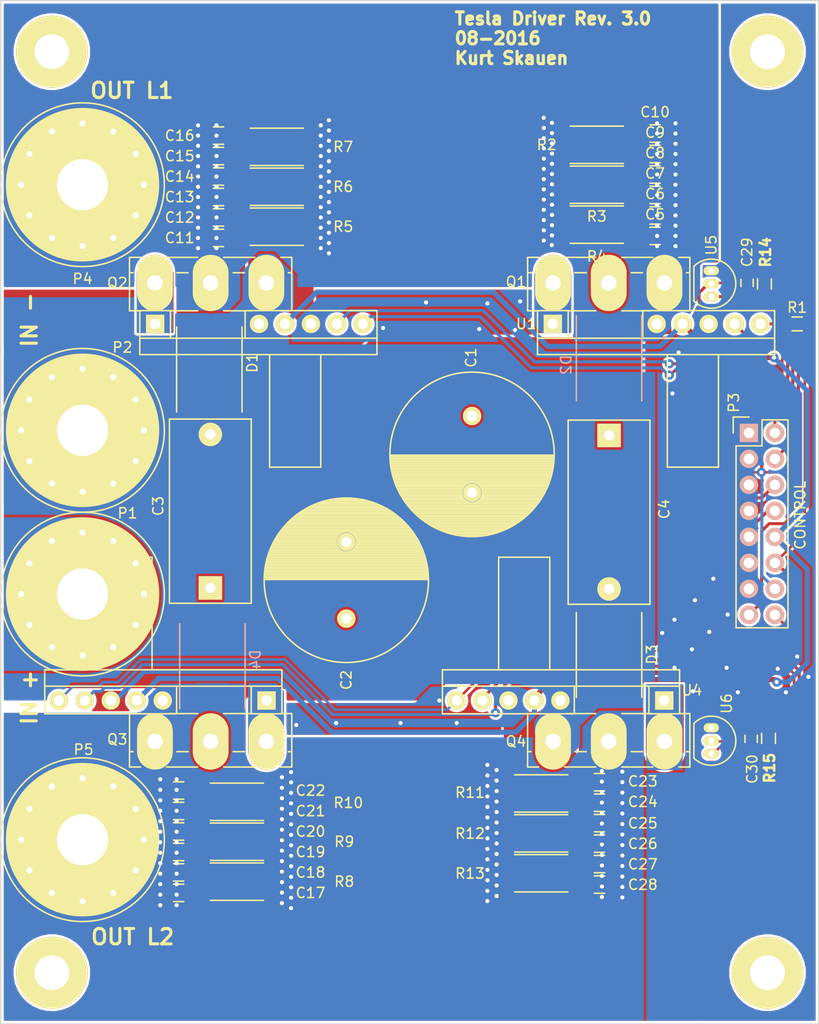
<source format=kicad_pcb>
(kicad_pcb (version 4) (host pcbnew 4.0.1-stable)
  (layers (0 F.Cu signal) (31 B.Cu signal) (34 B.Paste user) (35 F.Paste user) (36 B.SilkS user) (37 F.SilkS user) (38 B.Mask user) (39 F.Mask user) (44 Edge.Cuts user))
  (net 0 "")
  (net 1 +12V)
  (net 2 GND)
  (net 3 +24V)
  (net 4 GNDPWR)
  (net 5 /GatePWM1L)
  (net 6 /GatePWM1H)
  (net 7 /GatePWM2L)
  (net 8 /GatePWM2H)
  (net 9 +3V3)
  (net 10 TEMP_MOSFET1)
  (net 11 TEMP_MOSFET2)
  (net 12 /OUTL2)
  (net 13 /OUTL1)
  (net 14 "Net-(Q1-Pad1)")
  (net 15 "Net-(Q2-Pad1)")
  (net 16 "Net-(Q3-Pad1)")
  (net 17 "Net-(Q4-Pad1)")
  (net 18 "Net-(C10-Pad1)")
  (net 19 /GateEnable)
  (net 20 "Net-(C17-Pad1)")
  (net 21 "Net-(C11-Pad2)")
  (net 22 "Net-(C23-Pad2)")
  (module MyConnectors:GateDriverMain (layer F.Cu) (at 164.9 118.4 180)
    (fp_text reference U4 (at -2.7 1 180) (layer F.SilkS))
    (fp_text value GateDriver hide)
    (pad 1 thru_hole rect (at 0 0 180) (size 1.8 1.8) (drill 1.016) (layers *.Cu *.Mask F.SilkS) (net 17 "Net-(Q4-Pad1)"))
    (pad 2 thru_hole oval (at 10.16 0 180) (size 1.8 1.8) (drill 1.016) (layers *.Cu *.Mask F.SilkS) (net 4 GNDPWR))
    (pad 3 thru_hole oval (at 12.7 0 180) (size 1.8 1.8) (drill 1.016) (layers *.Cu *.Mask F.SilkS) (net 1 +12V))
    (pad 4 thru_hole oval (at 15.24 0 180) (size 1.8 1.8) (drill 1.016) (layers *.Cu *.Mask F.SilkS) (net 2 GND))
    (pad 5 thru_hole oval (at 17.78 0 180) (size 1.8 1.8) (drill 1.016) (layers *.Cu *.Mask F.SilkS) (net 7 /GatePWM2L))
    (pad 6 thru_hole oval (at 20.32 0 180) (size 1.8 1.8) (drill 1.016) (layers *.Cu *.Mask F.SilkS) (net 19 /GateEnable))
  )
  (module MyFootprints:TO-247 (layer F.Cu) (at 159.47 77.6)
    (fp_text reference Q1 (at -9.07 -0.1) (layer F.SilkS))
    (fp_text value IRFP4310ZPbF hide)
    (pad 2 thru_hole oval (at 0 0 90) (size 5.50164 3.50012) (drill 1.50114) (layers *.Cu *.Mask F.SilkS) (net 3 +24V))
    (pad 1 thru_hole oval (at -5.45 0 90) (size 5.50164 3.50012) (drill 1.50114) (layers *.Cu *.Mask F.SilkS) (net 14 "Net-(Q1-Pad1)"))
    (pad 3 thru_hole oval (at 5.45 0 90) (size 5.50164 3.50012) (drill 1.50114) (layers *.Cu *.Mask F.SilkS) (net 13 /OUTL1))
  )
  (module MyFootprints:TO-247 (layer F.Cu) (at 120.53 77.6)
    (fp_text reference Q2 (at -9.13 0) (layer F.SilkS))
    (fp_text value IRFP4310ZPbF hide)
    (pad 2 thru_hole oval (at 0 0 90) (size 5.50164 3.50012) (drill 1.50114) (layers *.Cu *.Mask F.SilkS) (net 13 /OUTL1))
    (pad 1 thru_hole oval (at -5.45 0 90) (size 5.50164 3.50012) (drill 1.50114) (layers *.Cu *.Mask F.SilkS) (net 15 "Net-(Q2-Pad1)"))
    (pad 3 thru_hole oval (at 5.45 0 90) (size 5.50164 3.50012) (drill 1.50114) (layers *.Cu *.Mask F.SilkS) (net 4 GNDPWR))
  )
  (module MyFootprints:TO-247 (layer F.Cu) (at 120.53 122.4 180)
    (fp_text reference Q3 (at 9.13 0.2 180) (layer F.SilkS))
    (fp_text value IRFP4310ZPbF hide)
    (pad 2 thru_hole oval (at 0 0 270) (size 5.50164 3.50012) (drill 1.50114) (layers *.Cu *.Mask F.SilkS) (net 3 +24V))
    (pad 1 thru_hole oval (at -5.45 0 270) (size 5.50164 3.50012) (drill 1.50114) (layers *.Cu *.Mask F.SilkS) (net 16 "Net-(Q3-Pad1)"))
    (pad 3 thru_hole oval (at 5.45 0 270) (size 5.50164 3.50012) (drill 1.50114) (layers *.Cu *.Mask F.SilkS) (net 12 /OUTL2))
  )
  (module MyFootprints:TO-247 (layer F.Cu) (at 159.47 122.4 180)
    (fp_text reference Q4 (at 9.07 0 180) (layer F.SilkS))
    (fp_text value IRFP4310ZPbF hide)
    (pad 2 thru_hole oval (at 0 0 270) (size 5.50164 3.50012) (drill 1.50114) (layers *.Cu *.Mask F.SilkS) (net 12 /OUTL2))
    (pad 1 thru_hole oval (at -5.45 0 270) (size 5.50164 3.50012) (drill 1.50114) (layers *.Cu *.Mask F.SilkS) (net 17 "Net-(Q4-Pad1)"))
    (pad 3 thru_hole oval (at 5.45 0 270) (size 5.50164 3.50012) (drill 1.50114) (layers *.Cu *.Mask F.SilkS) (net 4 GNDPWR))
  )
  (module MyCapacitors:C_Radial_D16_L25_P7.5 (layer F.Cu) (at 133.8 110.4 90)
    (fp_text reference C2 (at -6 0 90) (layer F.SilkS))
    (fp_text value 1000u/63V hide)
    (pad 1 thru_hole circle (at 0 0 90) (size 1.8 1.8) (drill 1) (layers *.Cu *.Mask F.SilkS) (net 3 +24V))
    (pad 2 thru_hole circle (at 7.5 0 90) (size 1.8 1.8) (drill 1) (layers *.Cu *.Mask F.SilkS) (net 4 GNDPWR))
  )
  (module MyResistors:R_0603 (layer F.Cu) (at 174.7 77.7 90)
    (fp_text reference R14 (at 3.1 0.1 90) (layer F.SilkS) (effects (font (thickness 0.25))))
    (fp_text value 4k7 hide)
    (pad 1 smd rect (at -0.75 0 90) (size 0.5 0.9) (layers F.Cu F.Paste F.Mask) (net 9 +3V3))
    (pad 2 smd rect (at 0.75 0 90) (size 0.5 0.9) (layers F.Cu F.Paste F.Mask) (net 10 TEMP_MOSFET1))
  )
  (module MyResistors:R_0603 (layer F.Cu) (at 175.1 122.1 90)
    (fp_text reference R15 (at -2.9 0.1 90) (layer F.SilkS) (effects (font (thickness 0.25))))
    (fp_text value 4k7 hide)
    (pad 1 smd rect (at -0.75 0 90) (size 0.5 0.9) (layers F.Cu F.Paste F.Mask) (net 9 +3V3))
    (pad 2 smd rect (at 0.75 0 90) (size 0.5 0.9) (layers F.Cu F.Paste F.Mask) (net 11 TEMP_MOSFET2))
  )
  (module MyCapacitors:C_0603 (layer F.Cu) (at 173 77.6 90)
    (fp_text reference C29 (at 3 0 90) (layer F.SilkS))
    (fp_text value 100n hide)
    (pad 1 smd rect (at -0.75 0 90) (size 0.8 0.75) (layers F.Cu F.Paste F.Mask) (net 9 +3V3))
    (pad 2 smd rect (at 0.75 0 90) (size 0.8 0.75) (layers F.Cu F.Paste F.Mask) (net 2 GND))
  )
  (module MyCapacitors:C_0603 (layer F.Cu) (at 173.4 122.15 90)
    (fp_text reference C30 (at -2.95 0.1 90) (layer F.SilkS))
    (fp_text value 100n hide)
    (pad 1 smd rect (at -0.75 0 90) (size 0.8 0.75) (layers F.Cu F.Paste F.Mask) (net 9 +3V3))
    (pad 2 smd rect (at 0.75 0 90) (size 0.8 0.75) (layers F.Cu F.Paste F.Mask) (net 2 GND))
  )
  (module MyMechanical:MH7x3 (layer F.Cu) (at 105 55)
    (fp_text reference M1 hide)
    (fp_text value MountingHole hide)
    (pad "" np_thru_hole circle (at 0 0) (size 7 7) (drill 3.4) (layers *.Cu *.Mask F.SilkS))
  )
  (module MyMechanical:MH7x3 (layer F.Cu) (at 105 145)
    (fp_text reference M2 hide)
    (fp_text value MountingHole hide)
    (pad "" np_thru_hole circle (at 0 0) (size 7 7) (drill 3.4) (layers *.Cu *.Mask F.SilkS))
  )
  (module MyMechanical:MH7x3 (layer F.Cu) (at 175 55)
    (fp_text reference M3 hide)
    (fp_text value MountingHole hide)
    (pad "" np_thru_hole circle (at 0 0) (size 7 7) (drill 3.4) (layers *.Cu *.Mask F.SilkS))
  )
  (module MyMechanical:MH7x3 (layer F.Cu) (at 175 145)
    (fp_text reference M4 hide)
    (fp_text value MountingHole hide)
    (pad "" np_thru_hole circle (at 0 0) (size 7 7) (drill 3.4) (layers *.Cu *.Mask F.SilkS))
  )
  (module MyFootprints:TO-92_Inline_Narrow_Oval (layer F.Cu) (at 169.5 76.4 270)
    (fp_text reference U5 (at -2.5 0 270) (layer F.SilkS))
    (fp_text value DS18B20 hide)
    (pad 2 thru_hole oval (at 1.27 0 90) (size 0.89916 1.50114) (drill 0.6) (layers *.Cu *.Mask F.SilkS) (net 10 TEMP_MOSFET1))
    (pad 3 thru_hole oval (at 2.54 0 90) (size 0.89916 1.50114) (drill 0.6) (layers *.Cu *.Mask F.SilkS) (net 9 +3V3))
    (pad 1 thru_hole oval (at 0 0 90) (size 0.89916 1.50114) (drill 0.6) (layers *.Cu *.Mask F.SilkS) (net 2 GND))
  )
  (module MyFootprints:TO-92_Inline_Narrow_Oval (layer F.Cu) (at 169.5 121.06 270)
    (fp_text reference U6 (at -2.36 -1.5 270) (layer F.SilkS))
    (fp_text value DS18B20 hide)
    (pad 2 thru_hole oval (at 1.27 0 90) (size 0.89916 1.50114) (drill 0.6) (layers *.Cu *.Mask F.SilkS) (net 11 TEMP_MOSFET2))
    (pad 3 thru_hole oval (at 2.54 0 90) (size 0.89916 1.50114) (drill 0.6) (layers *.Cu *.Mask F.SilkS) (net 9 +3V3))
    (pad 1 thru_hole oval (at 0 0 90) (size 0.89916 1.50114) (drill 0.6) (layers *.Cu *.Mask F.SilkS) (net 2 GND))
  )
  (module MyCapacitors:C_Radial_D16_L25_P7.5 (layer F.Cu) (at 146.1 90.6 270)
    (fp_text reference C1 (at -5.7 0.1 270) (layer F.SilkS))
    (fp_text value 1000u/63V hide)
    (pad 1 thru_hole circle (at 0 0 270) (size 1.8 1.8) (drill 1) (layers *.Cu *.Mask F.SilkS) (net 3 +24V))
    (pad 2 thru_hole circle (at 7.5 0 270) (size 1.8 1.8) (drill 1) (layers *.Cu *.Mask F.SilkS) (net 4 GNDPWR))
  )
  (module MyCapacitors:C_0805 (layer F.Cu) (at 117.4 137.2 180)
    (fp_text reference C17 (at -12.9 0 180) (layer F.SilkS))
    (fp_text value 3n9/250V hide)
    (pad 1 smd rect (at -1 0 180) (size 1 1.25) (layers F.Cu F.Paste F.Mask) (net 20 "Net-(C17-Pad1)"))
    (pad 2 smd rect (at 1 0 180) (size 1 1.25) (layers F.Cu F.Paste F.Mask) (net 12 /OUTL2))
  )
  (module MyCapacitors:C_0805 (layer F.Cu) (at 158.5644 126.38436 180)
    (fp_text reference C23 (at -4.2356 0.08436 180) (layer F.SilkS))
    (fp_text value 3n9/250V hide)
    (pad 1 smd rect (at -1 0 180) (size 1 1.25) (layers F.Cu F.Paste F.Mask) (net 12 /OUTL2))
    (pad 2 smd rect (at 1 0 180) (size 1 1.25) (layers F.Cu F.Paste F.Mask) (net 22 "Net-(C23-Pad2)"))
  )
  (module MyCapacitors:C_0805 (layer F.Cu) (at 117.4 133.2 180)
    (fp_text reference C19 (at -12.9 0 180) (layer F.SilkS))
    (fp_text value 3n9/250V hide)
    (pad 1 smd rect (at -1 0 180) (size 1 1.25) (layers F.Cu F.Paste F.Mask) (net 20 "Net-(C17-Pad1)"))
    (pad 2 smd rect (at 1 0 180) (size 1 1.25) (layers F.Cu F.Paste F.Mask) (net 12 /OUTL2))
  )
  (module MyCapacitors:C_0805 (layer F.Cu) (at 158.5644 130.38436 180)
    (fp_text reference C25 (at -4.2356 -0.01564 180) (layer F.SilkS))
    (fp_text value 3n9/250V hide)
    (pad 1 smd rect (at -1 0 180) (size 1 1.25) (layers F.Cu F.Paste F.Mask) (net 12 /OUTL2))
    (pad 2 smd rect (at 1 0 180) (size 1 1.25) (layers F.Cu F.Paste F.Mask) (net 22 "Net-(C23-Pad2)"))
  )
  (module MyCapacitors:C_0805 (layer F.Cu) (at 117.4 129.2 180)
    (fp_text reference C21 (at -12.9 0 180) (layer F.SilkS))
    (fp_text value 3n9/250V hide)
    (pad 1 smd rect (at -1 0 180) (size 1 1.25) (layers F.Cu F.Paste F.Mask) (net 20 "Net-(C17-Pad1)"))
    (pad 2 smd rect (at 1 0 180) (size 1 1.25) (layers F.Cu F.Paste F.Mask) (net 12 /OUTL2))
  )
  (module MyCapacitors:C_0805 (layer F.Cu) (at 158.5644 134.38436 180)
    (fp_text reference C27 (at -4.2356 -0.01564 180) (layer F.SilkS))
    (fp_text value 3n9/250V hide)
    (pad 1 smd rect (at -1 0 180) (size 1 1.25) (layers F.Cu F.Paste F.Mask) (net 12 /OUTL2))
    (pad 2 smd rect (at 1 0 180) (size 1 1.25) (layers F.Cu F.Paste F.Mask) (net 22 "Net-(C23-Pad2)"))
  )
  (module MyDiodes:DO-214AB (layer F.Cu) (at 120.4 85.4 90)
    (fp_text reference D1 (at 0 4.2 90) (layer F.SilkS))
    (fp_text value SK520 hide)
    (pad 2 smd rect (at 3.6 0 90) (size 2.6 3.2) (layers F.Cu F.Paste F.Mask) (net 13 /OUTL1))
    (pad 1 smd rect (at -3.6 0 90) (size 2.6 3.2) (layers F.Cu F.Paste F.Mask) (net 3 +24V))
  )
  (module MyDiodes:DO-214AB (layer B.Cu) (at 159.5 85.6 270)
    (fp_text reference D2 (at 0 4.2 270) (layer B.SilkS) (effects (justify mirror)))
    (fp_text value SK520 hide)
    (pad 2 smd rect (at 3.6 0 270) (size 2.6 3.2) (layers B.Cu B.Paste B.Mask) (net 4 GNDPWR))
    (pad 1 smd rect (at -3.6 0 270) (size 2.6 3.2) (layers B.Cu B.Paste B.Mask) (net 13 /OUTL1))
  )
  (module MyDiodes:DO-214AB (layer F.Cu) (at 159.5 114.6 270)
    (fp_text reference D3 (at -0.7 -4.2 270) (layer F.SilkS))
    (fp_text value SK520 hide)
    (pad 2 smd rect (at 3.6 0 270) (size 2.6 3.2) (layers F.Cu F.Paste F.Mask) (net 12 /OUTL2))
    (pad 1 smd rect (at -3.6 0 270) (size 2.6 3.2) (layers F.Cu F.Paste F.Mask) (net 3 +24V))
  )
  (module MyDiodes:DO-214AB (layer B.Cu) (at 120.7 114.4 90)
    (fp_text reference D4 (at 0 4.2 90) (layer B.SilkS) (effects (justify mirror)))
    (fp_text value SK520)
    (pad 2 smd rect (at 3.6 0 90) (size 2.6 3.2) (layers B.Cu B.Paste B.Mask) (net 4 GNDPWR))
    (pad 1 smd rect (at -3.6 0 90) (size 2.6 3.2) (layers B.Cu B.Paste B.Mask) (net 12 /OUTL2))
  )
  (module MyResistors:R_2512 (layer F.Cu) (at 123.1 136.1)
    (fp_text reference R8 (at 10.5 0) (layer F.SilkS))
    (fp_text value 1 hide)
    (pad 1 smd rect (at -3.1 0) (size 1 3.2) (layers F.Cu F.Paste F.Mask) (net 20 "Net-(C17-Pad1)"))
    (pad 2 smd rect (at 3.1 0) (size 1 3.2) (layers F.Cu F.Paste F.Mask) (net 3 +24V))
  )
  (module MyResistors:R_2512 (layer F.Cu) (at 152.8644 127.48436 180)
    (fp_text reference R11 (at 6.9644 0.08436 180) (layer F.SilkS))
    (fp_text value 1)
    (pad 1 smd rect (at -3.1 0 180) (size 1 3.2) (layers F.Cu F.Paste F.Mask) (net 22 "Net-(C23-Pad2)"))
    (pad 2 smd rect (at 3.1 0 180) (size 1 3.2) (layers F.Cu F.Paste F.Mask) (net 4 GNDPWR))
  )
  (module MyResistors:R_2512 (layer F.Cu) (at 123.1 132.2)
    (fp_text reference R9 (at 10.5 0) (layer F.SilkS))
    (fp_text value 1 hide)
    (pad 1 smd rect (at -3.1 0) (size 1 3.2) (layers F.Cu F.Paste F.Mask) (net 20 "Net-(C17-Pad1)"))
    (pad 2 smd rect (at 3.1 0) (size 1 3.2) (layers F.Cu F.Paste F.Mask) (net 3 +24V))
  )
  (module MyResistors:R_2512 (layer F.Cu) (at 152.8644 131.38436 180)
    (fp_text reference R12 (at 6.9644 -0.01564 180) (layer F.SilkS))
    (fp_text value 1 hide)
    (pad 1 smd rect (at -3.1 0 180) (size 1 3.2) (layers F.Cu F.Paste F.Mask) (net 22 "Net-(C23-Pad2)"))
    (pad 2 smd rect (at 3.1 0 180) (size 1 3.2) (layers F.Cu F.Paste F.Mask) (net 4 GNDPWR))
  )
  (module MyResistors:R_2512 (layer F.Cu) (at 123.1 128.3)
    (fp_text reference R10 (at 10.9 0.1) (layer F.SilkS))
    (fp_text value 1 hide)
    (pad 1 smd rect (at -3.1 0) (size 1 3.2) (layers F.Cu F.Paste F.Mask) (net 20 "Net-(C17-Pad1)"))
    (pad 2 smd rect (at 3.1 0) (size 1 3.2) (layers F.Cu F.Paste F.Mask) (net 3 +24V))
  )
  (module MyResistors:R_2512 (layer F.Cu) (at 152.8644 135.28436 180)
    (fp_text reference R13 (at 6.9644 -0.01564 180) (layer F.SilkS))
    (fp_text value 1 hide)
    (pad 1 smd rect (at -3.1 0 180) (size 1 3.2) (layers F.Cu F.Paste F.Mask) (net 22 "Net-(C23-Pad2)"))
    (pad 2 smd rect (at 3.1 0 180) (size 1 3.2) (layers F.Cu F.Paste F.Mask) (net 4 GNDPWR))
  )
  (module MyCapacitors:C_0805 (layer F.Cu) (at 164 73)
    (fp_text reference C5 (at 0 -2.1) (layer F.SilkS))
    (fp_text value 3n9/250V hide)
    (pad 1 smd rect (at -1 0) (size 1 1.25) (layers F.Cu F.Paste F.Mask) (net 18 "Net-(C10-Pad1)"))
    (pad 2 smd rect (at 1 0) (size 1 1.25) (layers F.Cu F.Paste F.Mask) (net 13 /OUTL1))
  )
  (module MyCapacitors:C_0805 (layer F.Cu) (at 164 71)
    (fp_text reference C6 (at 0 -2.1) (layer F.SilkS))
    (fp_text value 3n9/250V hide)
    (pad 1 smd rect (at -1 0) (size 1 1.25) (layers F.Cu F.Paste F.Mask) (net 18 "Net-(C10-Pad1)"))
    (pad 2 smd rect (at 1 0) (size 1 1.25) (layers F.Cu F.Paste F.Mask) (net 13 /OUTL1))
  )
  (module MyCapacitors:C_0805 (layer F.Cu) (at 164 69)
    (fp_text reference C7 (at 0 -2.1) (layer F.SilkS))
    (fp_text value 3n9/250V hide)
    (pad 1 smd rect (at -1 0) (size 1 1.25) (layers F.Cu F.Paste F.Mask) (net 18 "Net-(C10-Pad1)"))
    (pad 2 smd rect (at 1 0) (size 1 1.25) (layers F.Cu F.Paste F.Mask) (net 13 /OUTL1))
  )
  (module MyCapacitors:C_0805 (layer F.Cu) (at 164 67)
    (fp_text reference C8 (at 0 -2.1) (layer F.SilkS))
    (fp_text value 3n9/250V hide)
    (pad 1 smd rect (at -1 0) (size 1 1.25) (layers F.Cu F.Paste F.Mask) (net 18 "Net-(C10-Pad1)"))
    (pad 2 smd rect (at 1 0) (size 1 1.25) (layers F.Cu F.Paste F.Mask) (net 13 /OUTL1))
  )
  (module MyCapacitors:C_0805 (layer F.Cu) (at 164 65)
    (fp_text reference C9 (at 0 -2.1) (layer F.SilkS))
    (fp_text value 3n9/250V hide)
    (pad 1 smd rect (at -1 0) (size 1 1.25) (layers F.Cu F.Paste F.Mask) (net 18 "Net-(C10-Pad1)"))
    (pad 2 smd rect (at 1 0) (size 1 1.25) (layers F.Cu F.Paste F.Mask) (net 13 /OUTL1))
  )
  (module MyCapacitors:C_0805 (layer F.Cu) (at 164 63)
    (fp_text reference C10 (at 0 -2.1) (layer F.SilkS))
    (fp_text value 3n9/250V hide)
    (pad 1 smd rect (at -1 0) (size 1 1.25) (layers F.Cu F.Paste F.Mask) (net 18 "Net-(C10-Pad1)"))
    (pad 2 smd rect (at 1 0) (size 1 1.25) (layers F.Cu F.Paste F.Mask) (net 13 /OUTL1))
  )
  (module MyCapacitors:C_0805 (layer F.Cu) (at 121.3 73.2)
    (fp_text reference C11 (at -3.8 0) (layer F.SilkS))
    (fp_text value 3n9/250V hide)
    (pad 1 smd rect (at -1 0) (size 1 1.25) (layers F.Cu F.Paste F.Mask) (net 13 /OUTL1))
    (pad 2 smd rect (at 1 0) (size 1 1.25) (layers F.Cu F.Paste F.Mask) (net 21 "Net-(C11-Pad2)"))
  )
  (module MyCapacitors:C_0805 (layer F.Cu) (at 121.3 71.2)
    (fp_text reference C12 (at -3.8 0) (layer F.SilkS))
    (fp_text value 3n9/250V hide)
    (pad 1 smd rect (at -1 0) (size 1 1.25) (layers F.Cu F.Paste F.Mask) (net 13 /OUTL1))
    (pad 2 smd rect (at 1 0) (size 1 1.25) (layers F.Cu F.Paste F.Mask) (net 21 "Net-(C11-Pad2)"))
  )
  (module MyCapacitors:C_0805 (layer F.Cu) (at 121.3 69.2)
    (fp_text reference C13 (at -3.8 0) (layer F.SilkS))
    (fp_text value 3n9/250V hide)
    (pad 1 smd rect (at -1 0) (size 1 1.25) (layers F.Cu F.Paste F.Mask) (net 13 /OUTL1))
    (pad 2 smd rect (at 1 0) (size 1 1.25) (layers F.Cu F.Paste F.Mask) (net 21 "Net-(C11-Pad2)"))
  )
  (module MyCapacitors:C_0805 (layer F.Cu) (at 121.3 67.2)
    (fp_text reference C14 (at -3.8 0) (layer F.SilkS))
    (fp_text value 3n9/250V hide)
    (pad 1 smd rect (at -1 0) (size 1 1.25) (layers F.Cu F.Paste F.Mask) (net 13 /OUTL1))
    (pad 2 smd rect (at 1 0) (size 1 1.25) (layers F.Cu F.Paste F.Mask) (net 21 "Net-(C11-Pad2)"))
  )
  (module MyCapacitors:C_0805 (layer F.Cu) (at 121.3 65.2)
    (fp_text reference C15 (at -3.8 0) (layer F.SilkS))
    (fp_text value 3n9/250V hide)
    (pad 1 smd rect (at -1 0) (size 1 1.25) (layers F.Cu F.Paste F.Mask) (net 13 /OUTL1))
    (pad 2 smd rect (at 1 0) (size 1 1.25) (layers F.Cu F.Paste F.Mask) (net 21 "Net-(C11-Pad2)"))
  )
  (module MyCapacitors:C_0805 (layer F.Cu) (at 121.3 63.2)
    (fp_text reference C16 (at -3.8 0) (layer F.SilkS))
    (fp_text value 3n9/250V hide)
    (pad 1 smd rect (at -1 0) (size 1 1.25) (layers F.Cu F.Paste F.Mask) (net 13 /OUTL1))
    (pad 2 smd rect (at 1 0) (size 1 1.25) (layers F.Cu F.Paste F.Mask) (net 21 "Net-(C11-Pad2)"))
  )
  (module MyCapacitors:C_0805 (layer F.Cu) (at 117.4 135.2 180)
    (fp_text reference C18 (at -12.9 0 360) (layer F.SilkS))
    (fp_text value 3n9/250V hide)
    (pad 1 smd rect (at -1 0 180) (size 1 1.25) (layers F.Cu F.Paste F.Mask) (net 20 "Net-(C17-Pad1)"))
    (pad 2 smd rect (at 1 0 180) (size 1 1.25) (layers F.Cu F.Paste F.Mask) (net 12 /OUTL2))
  )
  (module MyCapacitors:C_0805 (layer F.Cu) (at 117.4 131.2 180)
    (fp_text reference C20 (at -12.9 0 180) (layer F.SilkS))
    (fp_text value 3n9/250V hide)
    (pad 1 smd rect (at -1 0 180) (size 1 1.25) (layers F.Cu F.Paste F.Mask) (net 20 "Net-(C17-Pad1)"))
    (pad 2 smd rect (at 1 0 180) (size 1 1.25) (layers F.Cu F.Paste F.Mask) (net 12 /OUTL2))
  )
  (module MyCapacitors:C_0805 (layer F.Cu) (at 117.4 127.2 180)
    (fp_text reference C22 (at -12.9 0 180) (layer F.SilkS))
    (fp_text value 3n9/250V hide)
    (pad 1 smd rect (at -1 0 180) (size 1 1.25) (layers F.Cu F.Paste F.Mask) (net 20 "Net-(C17-Pad1)"))
    (pad 2 smd rect (at 1 0 180) (size 1 1.25) (layers F.Cu F.Paste F.Mask) (net 12 /OUTL2))
  )
  (module MyCapacitors:C_0805 (layer F.Cu) (at 158.5644 128.38436 180)
    (fp_text reference C24 (at -4.2356 0.08436 180) (layer F.SilkS))
    (fp_text value 3n9/250V hide)
    (pad 1 smd rect (at -1 0 180) (size 1 1.25) (layers F.Cu F.Paste F.Mask) (net 12 /OUTL2))
    (pad 2 smd rect (at 1 0 180) (size 1 1.25) (layers F.Cu F.Paste F.Mask) (net 22 "Net-(C23-Pad2)"))
  )
  (module MyCapacitors:C_0805 (layer F.Cu) (at 158.5644 132.38436 180)
    (fp_text reference C26 (at -4.2356 -0.01564 180) (layer F.SilkS))
    (fp_text value 3n9/250V hide)
    (pad 1 smd rect (at -1 0 180) (size 1 1.25) (layers F.Cu F.Paste F.Mask) (net 12 /OUTL2))
    (pad 2 smd rect (at 1 0 180) (size 1 1.25) (layers F.Cu F.Paste F.Mask) (net 22 "Net-(C23-Pad2)"))
  )
  (module MyCapacitors:C_0805 (layer F.Cu) (at 158.5644 136.38436 180)
    (fp_text reference C28 (at -4.2356 -0.01564 180) (layer F.SilkS))
    (fp_text value 3n9/250V hide)
    (pad 1 smd rect (at -1 0 180) (size 1 1.25) (layers F.Cu F.Paste F.Mask) (net 12 /OUTL2))
    (pad 2 smd rect (at 1 0 180) (size 1 1.25) (layers F.Cu F.Paste F.Mask) (net 22 "Net-(C23-Pad2)"))
  )
  (module MyResistors:R_2512 (layer F.Cu) (at 158.3 64.1 180)
    (fp_text reference R2 (at 4.9 0 180) (layer F.SilkS))
    (fp_text value 1 hide)
    (pad 1 smd rect (at -3.1 0 180) (size 1 3.2) (layers F.Cu F.Paste F.Mask) (net 18 "Net-(C10-Pad1)"))
    (pad 2 smd rect (at 3.1 0 180) (size 1 3.2) (layers F.Cu F.Paste F.Mask) (net 3 +24V))
  )
  (module MyResistors:R_2512 (layer F.Cu) (at 158.3 68 180)
    (fp_text reference R3 (at 0 -3.1 180) (layer F.SilkS))
    (fp_text value 1 hide)
    (pad 1 smd rect (at -3.1 0 180) (size 1 3.2) (layers F.Cu F.Paste F.Mask) (net 18 "Net-(C10-Pad1)"))
    (pad 2 smd rect (at 3.1 0 180) (size 1 3.2) (layers F.Cu F.Paste F.Mask) (net 3 +24V))
  )
  (module MyResistors:R_2512 (layer F.Cu) (at 158.3 71.9 180)
    (fp_text reference R4 (at 0 -3.1 180) (layer F.SilkS))
    (fp_text value 1 hide)
    (pad 1 smd rect (at -3.1 0 180) (size 1 3.2) (layers F.Cu F.Paste F.Mask) (net 18 "Net-(C10-Pad1)"))
    (pad 2 smd rect (at 3.1 0 180) (size 1 3.2) (layers F.Cu F.Paste F.Mask) (net 3 +24V))
  )
  (module MyResistors:R_2512 (layer F.Cu) (at 127 72.1)
    (fp_text reference R5 (at 6.5 0) (layer F.SilkS))
    (fp_text value 1 hide)
    (pad 1 smd rect (at -3.1 0) (size 1 3.2) (layers F.Cu F.Paste F.Mask) (net 21 "Net-(C11-Pad2)"))
    (pad 2 smd rect (at 3.1 0) (size 1 3.2) (layers F.Cu F.Paste F.Mask) (net 4 GNDPWR))
  )
  (module MyResistors:R_2512 (layer F.Cu) (at 127 68.2)
    (fp_text reference R6 (at 6.5 0) (layer F.SilkS))
    (fp_text value 1 hide)
    (pad 1 smd rect (at -3.1 0) (size 1 3.2) (layers F.Cu F.Paste F.Mask) (net 21 "Net-(C11-Pad2)"))
    (pad 2 smd rect (at 3.1 0) (size 1 3.2) (layers F.Cu F.Paste F.Mask) (net 4 GNDPWR))
  )
  (module MyResistors:R_2512 (layer F.Cu) (at 127 64.3)
    (fp_text reference R7 (at 6.5 0) (layer F.SilkS))
    (fp_text value 1 hide)
    (pad 1 smd rect (at -3.1 0) (size 1 3.2) (layers F.Cu F.Paste F.Mask) (net 21 "Net-(C11-Pad2)"))
    (pad 2 smd rect (at 3.1 0) (size 1 3.2) (layers F.Cu F.Paste F.Mask) (net 4 GNDPWR))
  )
  (module MyResistors:R_0603 (layer F.Cu) (at 177.9 81.6)
    (fp_text reference R1 (at 0 -1.6) (layer F.SilkS))
    (fp_text value 4k7 hide)
    (pad 1 smd rect (at -0.75 0) (size 0.5 0.9) (layers F.Cu F.Paste F.Mask) (net 19 /GateEnable))
    (pad 2 smd rect (at 0.75 0) (size 0.5 0.9) (layers F.Cu F.Paste F.Mask) (net 9 +3V3))
  )
  (module MyConnectors:PinHeaderMale_2x08 (layer F.Cu) (at 173.18 92.25 270)
    (fp_text reference P3 (at -2.95 1.48 270) (layer F.SilkS))
    (fp_text value CONTROL (at 8.05 -5.02 270) (layer F.SilkS))
    (pad 1 thru_hole rect (at 0 0 270) (size 1.8 1.8) (drill 1.016) (layers *.Cu *.Mask B.SilkS) (net 2 GND))
    (pad 2 thru_hole oval (at 0 -2.54 270) (size 1.8 1.8) (drill 1.016) (layers *.Cu *.Mask B.SilkS) (net 5 /GatePWM1L))
    (pad 3 thru_hole oval (at 2.54 0 270) (size 1.8 1.8) (drill 1.016) (layers *.Cu *.Mask B.SilkS) (net 2 GND))
    (pad 4 thru_hole oval (at 2.54 -2.54 270) (size 1.8 1.8) (drill 1.016) (layers *.Cu *.Mask B.SilkS) (net 6 /GatePWM1H))
    (pad 5 thru_hole oval (at 5.08 0 270) (size 1.8 1.8) (drill 1.016) (layers *.Cu *.Mask B.SilkS) (net 2 GND))
    (pad 6 thru_hole oval (at 5.08 -2.54 270) (size 1.8 1.8) (drill 1.016) (layers *.Cu *.Mask B.SilkS) (net 7 /GatePWM2L))
    (pad 7 thru_hole oval (at 7.62 0 270) (size 1.8 1.8) (drill 1.016) (layers *.Cu *.Mask B.SilkS) (net 2 GND))
    (pad 8 thru_hole oval (at 7.62 -2.54 270) (size 1.8 1.8) (drill 1.016) (layers *.Cu *.Mask B.SilkS) (net 8 /GatePWM2H))
    (pad 9 thru_hole oval (at 10.16 0 270) (size 1.8 1.8) (drill 1.016) (layers *.Cu *.Mask B.SilkS) (net 2 GND))
    (pad 10 thru_hole oval (at 10.16 -2.54 270) (size 1.8 1.8) (drill 1.016) (layers *.Cu *.Mask B.SilkS) (net 1 +12V))
    (pad 11 thru_hole oval (at 12.7 0 270) (size 1.8 1.8) (drill 1.016) (layers *.Cu *.Mask B.SilkS) (net 2 GND))
    (pad 12 thru_hole oval (at 12.7 -2.54 270) (size 1.8 1.8) (drill 1.016) (layers *.Cu *.Mask B.SilkS) (net 9 +3V3))
    (pad 13 thru_hole oval (at 15.24 0 270) (size 1.8 1.8) (drill 1.016) (layers *.Cu *.Mask B.SilkS) (net 2 GND))
    (pad 14 thru_hole oval (at 15.24 -2.54 270) (size 1.8 1.8) (drill 1.016) (layers *.Cu *.Mask B.SilkS) (net 19 /GateEnable))
    (pad 15 thru_hole oval (at 17.78 0 270) (size 1.8 1.8) (drill 1.016) (layers *.Cu *.Mask B.SilkS) (net 10 TEMP_MOSFET1))
    (pad 16 thru_hole oval (at 17.78 -2.54 270) (size 1.8 1.8) (drill 1.016) (layers *.Cu *.Mask B.SilkS) (net 11 TEMP_MOSFET2))
  )
  (module MyCapacitors:C_Rect_L18_W8_P15 (layer F.Cu) (at 159.5 92.5 270)
    (fp_text reference C4 (at 7.2 -5.4 270) (layer F.SilkS))
    (fp_text value 2.2u/63V hide)
    (pad 1 thru_hole rect (at 0 0 270) (size 2.3 2.3) (drill 1) (layers *.Cu *.Mask F.SilkS) (net 3 +24V))
    (pad 2 thru_hole circle (at 15 0 270) (size 2.3 2.3) (drill 1) (layers *.Cu *.Mask F.SilkS) (net 4 GNDPWR))
  )
  (module MyCapacitors:C_Rect_L18_W8_P15 (layer F.Cu) (at 120.5 107.4 90)
    (fp_text reference C3 (at 8 -5.1 90) (layer F.SilkS))
    (fp_text value 2.2u/63V hide)
    (pad 1 thru_hole rect (at 0 0 90) (size 2.3 2.3) (drill 1) (layers *.Cu *.Mask F.SilkS) (net 3 +24V))
    (pad 2 thru_hole circle (at 15 0 90) (size 2.3 2.3) (drill 1) (layers *.Cu *.Mask F.SilkS) (net 4 GNDPWR))
  )
  (module MyConnectors:GateDriverMain (layer F.Cu) (at 154 81.6)
    (fp_text reference U1 (at -2.6 0) (layer F.SilkS))
    (fp_text value GateDriver hide)
    (pad 1 thru_hole rect (at 0 0) (size 1.8 1.8) (drill 1.016) (layers *.Cu *.Mask F.SilkS) (net 14 "Net-(Q1-Pad1)"))
    (pad 2 thru_hole oval (at 10.16 0) (size 1.8 1.8) (drill 1.016) (layers *.Cu *.Mask F.SilkS) (net 13 /OUTL1))
    (pad 3 thru_hole oval (at 12.7 0) (size 1.8 1.8) (drill 1.016) (layers *.Cu *.Mask F.SilkS) (net 1 +12V))
    (pad 4 thru_hole oval (at 15.24 0) (size 1.8 1.8) (drill 1.016) (layers *.Cu *.Mask F.SilkS) (net 2 GND))
    (pad 5 thru_hole oval (at 17.78 0) (size 1.8 1.8) (drill 1.016) (layers *.Cu *.Mask F.SilkS) (net 6 /GatePWM1H))
    (pad 6 thru_hole oval (at 20.32 0) (size 1.8 1.8) (drill 1.016) (layers *.Cu *.Mask F.SilkS) (net 19 /GateEnable))
  )
  (module MyConnectors:GateDriverMain (layer F.Cu) (at 115.1 81.6)
    (fp_text reference U2 (at 0.5 -2.4) (layer F.SilkS))
    (fp_text value GateDriver hide)
    (pad 1 thru_hole rect (at 0 0) (size 1.8 1.8) (drill 1.016) (layers *.Cu *.Mask F.SilkS) (net 15 "Net-(Q2-Pad1)"))
    (pad 2 thru_hole oval (at 10.16 0) (size 1.8 1.8) (drill 1.016) (layers *.Cu *.Mask F.SilkS) (net 4 GNDPWR))
    (pad 3 thru_hole oval (at 12.7 0) (size 1.8 1.8) (drill 1.016) (layers *.Cu *.Mask F.SilkS) (net 1 +12V))
    (pad 4 thru_hole oval (at 15.24 0) (size 1.8 1.8) (drill 1.016) (layers *.Cu *.Mask F.SilkS) (net 2 GND))
    (pad 5 thru_hole oval (at 17.78 0) (size 1.8 1.8) (drill 1.016) (layers *.Cu *.Mask F.SilkS) (net 5 /GatePWM1L))
    (pad 6 thru_hole oval (at 20.32 0) (size 1.8 1.8) (drill 1.016) (layers *.Cu *.Mask F.SilkS) (net 19 /GateEnable))
  )
  (module MyConnectors:GateDriverMain (layer F.Cu) (at 126 118.4 180)
    (fp_text reference U3 (at 0.5 -2.4 180) (layer F.SilkS))
    (fp_text value GateDriver hide)
    (pad 1 thru_hole rect (at 0 0 180) (size 1.8 1.8) (drill 1.016) (layers *.Cu *.Mask F.SilkS) (net 16 "Net-(Q3-Pad1)"))
    (pad 2 thru_hole oval (at 10.16 0 180) (size 1.8 1.8) (drill 1.016) (layers *.Cu *.Mask F.SilkS) (net 12 /OUTL2))
    (pad 3 thru_hole oval (at 12.7 0 180) (size 1.8 1.8) (drill 1.016) (layers *.Cu *.Mask F.SilkS) (net 1 +12V))
    (pad 4 thru_hole oval (at 15.24 0 180) (size 1.8 1.8) (drill 1.016) (layers *.Cu *.Mask F.SilkS) (net 2 GND))
    (pad 5 thru_hole oval (at 17.78 0 180) (size 1.8 1.8) (drill 1.016) (layers *.Cu *.Mask F.SilkS) (net 8 /GatePWM2H))
    (pad 6 thru_hole oval (at 20.32 0 180) (size 1.8 1.8) (drill 1.016) (layers *.Cu *.Mask F.SilkS) (net 19 /GateEnable))
  )
  (module MyConnectors:PowerPad15_5_via (layer F.Cu) (at 108 108)
    (fp_text reference P1 (at 4.4 -7.9) (layer F.SilkS))
    (fp_text value PWR_IN+ hide)
    (pad 1 thru_hole circle (at 0 0) (size 15 15) (drill 5) (layers *.Cu *.Mask F.SilkS) (net 3 +24V))
    (pad "" thru_hole circle (at 0 -6) (size 0.7 0.7) (drill 0.6) (layers *.Cu))
    (pad "" thru_hole circle (at -3 -5.196152) (size 0.7 0.7) (drill 0.6) (layers *.Cu))
    (pad "" thru_hole circle (at -5.196152 -3) (size 0.7 0.7) (drill 0.6) (layers *.Cu))
    (pad "" thru_hole circle (at -6 0) (size 0.7 0.7) (drill 0.6) (layers *.Cu))
    (pad "" thru_hole circle (at -5.196152 3) (size 0.7 0.7) (drill 0.6) (layers *.Cu))
    (pad "" thru_hole circle (at -3 5.196152) (size 0.7 0.7) (drill 0.6) (layers *.Cu))
    (pad "" thru_hole circle (at 0 6) (size 0.7 0.7) (drill 0.6) (layers *.Cu))
    (pad "" thru_hole circle (at 3 5.196152) (size 0.7 0.7) (drill 0.6) (layers *.Cu))
    (pad "" thru_hole circle (at 5.196152 3) (size 0.7 0.7) (drill 0.6) (layers *.Cu))
    (pad "" thru_hole circle (at 6 0) (size 0.7 0.7) (drill 0.6) (layers *.Cu))
    (pad "" thru_hole circle (at 5.196152 -3) (size 0.7 0.7) (drill 0.6) (layers *.Cu))
    (pad "" thru_hole circle (at 3 -5.196152) (size 0.7 0.7) (drill 0.6) (layers *.Cu))
  )
  (module MyConnectors:PowerPad15_5_via (layer F.Cu) (at 108 92)
    (fp_text reference P2 (at 3.9 -8.1) (layer F.SilkS))
    (fp_text value PWR_GND hide)
    (pad 1 thru_hole circle (at 0 0) (size 15 15) (drill 5) (layers *.Cu *.Mask F.SilkS) (net 4 GNDPWR))
    (pad "" thru_hole circle (at 0 -6) (size 0.7 0.7) (drill 0.6) (layers *.Cu))
    (pad "" thru_hole circle (at -3 -5.196152) (size 0.7 0.7) (drill 0.6) (layers *.Cu))
    (pad "" thru_hole circle (at -5.196152 -3) (size 0.7 0.7) (drill 0.6) (layers *.Cu))
    (pad "" thru_hole circle (at -6 0) (size 0.7 0.7) (drill 0.6) (layers *.Cu))
    (pad "" thru_hole circle (at -5.196152 3) (size 0.7 0.7) (drill 0.6) (layers *.Cu))
    (pad "" thru_hole circle (at -3 5.196152) (size 0.7 0.7) (drill 0.6) (layers *.Cu))
    (pad "" thru_hole circle (at 0 6) (size 0.7 0.7) (drill 0.6) (layers *.Cu))
    (pad "" thru_hole circle (at 3 5.196152) (size 0.7 0.7) (drill 0.6) (layers *.Cu))
    (pad "" thru_hole circle (at 5.196152 3) (size 0.7 0.7) (drill 0.6) (layers *.Cu))
    (pad "" thru_hole circle (at 6 0) (size 0.7 0.7) (drill 0.6) (layers *.Cu))
    (pad "" thru_hole circle (at 5.196152 -3) (size 0.7 0.7) (drill 0.6) (layers *.Cu))
    (pad "" thru_hole circle (at 3 -5.196152) (size 0.7 0.7) (drill 0.6) (layers *.Cu))
  )
  (module MyConnectors:PowerPad15_5_via (layer F.Cu) (at 108 68)
    (fp_text reference P4 (at 0 9.2) (layer F.SilkS))
    (fp_text value PWR_OUT_L1 hide)
    (pad 1 thru_hole circle (at 0 0) (size 15 15) (drill 5) (layers *.Cu *.Mask F.SilkS) (net 13 /OUTL1))
    (pad "" thru_hole circle (at 0 -6) (size 0.7 0.7) (drill 0.6) (layers *.Cu))
    (pad "" thru_hole circle (at -3 -5.196152) (size 0.7 0.7) (drill 0.6) (layers *.Cu))
    (pad "" thru_hole circle (at -5.196152 -3) (size 0.7 0.7) (drill 0.6) (layers *.Cu))
    (pad "" thru_hole circle (at -6 0) (size 0.7 0.7) (drill 0.6) (layers *.Cu))
    (pad "" thru_hole circle (at -5.196152 3) (size 0.7 0.7) (drill 0.6) (layers *.Cu))
    (pad "" thru_hole circle (at -3 5.196152) (size 0.7 0.7) (drill 0.6) (layers *.Cu))
    (pad "" thru_hole circle (at 0 6) (size 0.7 0.7) (drill 0.6) (layers *.Cu))
    (pad "" thru_hole circle (at 3 5.196152) (size 0.7 0.7) (drill 0.6) (layers *.Cu))
    (pad "" thru_hole circle (at 5.196152 3) (size 0.7 0.7) (drill 0.6) (layers *.Cu))
    (pad "" thru_hole circle (at 6 0) (size 0.7 0.7) (drill 0.6) (layers *.Cu))
    (pad "" thru_hole circle (at 5.196152 -3) (size 0.7 0.7) (drill 0.6) (layers *.Cu))
    (pad "" thru_hole circle (at 3 -5.196152) (size 0.7 0.7) (drill 0.6) (layers *.Cu))
  )
  (module MyConnectors:PowerPad15_5_via (layer F.Cu) (at 108 132)
    (fp_text reference P5 (at 0.1 -8.8) (layer F.SilkS))
    (fp_text value PWR_OUT_L2 hide)
    (pad 1 thru_hole circle (at 0 0) (size 15 15) (drill 5) (layers *.Cu *.Mask F.SilkS) (net 12 /OUTL2))
    (pad "" thru_hole circle (at 0 -6) (size 0.7 0.7) (drill 0.6) (layers *.Cu))
    (pad "" thru_hole circle (at -3 -5.196152) (size 0.7 0.7) (drill 0.6) (layers *.Cu))
    (pad "" thru_hole circle (at -5.196152 -3) (size 0.7 0.7) (drill 0.6) (layers *.Cu))
    (pad "" thru_hole circle (at -6 0) (size 0.7 0.7) (drill 0.6) (layers *.Cu))
    (pad "" thru_hole circle (at -5.196152 3) (size 0.7 0.7) (drill 0.6) (layers *.Cu))
    (pad "" thru_hole circle (at -3 5.196152) (size 0.7 0.7) (drill 0.6) (layers *.Cu))
    (pad "" thru_hole circle (at 0 6) (size 0.7 0.7) (drill 0.6) (layers *.Cu))
    (pad "" thru_hole circle (at 3 5.196152) (size 0.7 0.7) (drill 0.6) (layers *.Cu))
    (pad "" thru_hole circle (at 5.196152 3) (size 0.7 0.7) (drill 0.6) (layers *.Cu))
    (pad "" thru_hole circle (at 6 0) (size 0.7 0.7) (drill 0.6) (layers *.Cu))
    (pad "" thru_hole circle (at 5.196152 -3) (size 0.7 0.7) (drill 0.6) (layers *.Cu))
    (pad "" thru_hole circle (at 3 -5.196152) (size 0.7 0.7) (drill 0.6) (layers *.Cu))
  )
  (gr_text "OUT L2" (at 112.9 141.5) (layer F.SilkS) (effects (font (size 1.5 1.5) (thickness 0.3))))
  (gr_text "OUT L1" (at 112.825 58.8) (layer F.SilkS) (effects (font (size 1.5 1.5) (thickness 0.3))))
  (gr_text "IN +" (at 102.8 118.1 90) (layer F.SilkS) (effects (font (size 1.5 1.5) (thickness 0.3))))
  (gr_text "IN -" (at 102.8 81.2 90) (layer F.SilkS) (effects (font (size 1.5 1.5) (thickness 0.3))))
  (gr_text "Tesla Driver Rev. 3.0\n08-2016\nKurt Skauen" (at 144.25 53.7) (layer F.SilkS) (effects (font (size 1.2 1.2) (thickness 0.3)) (justify left)))
  (gr_line (start 100 150) (end 100 50) (angle 90) (layer Edge.Cuts) (width 0.1))
  (gr_line (start 180 150) (end 100 150) (angle 90) (layer Edge.Cuts) (width 0.1))
  (gr_line (start 180 50) (end 180 150) (angle 90) (layer Edge.Cuts) (width 0.1))
  (gr_line (start 100 50) (end 180 50) (angle 90) (layer Edge.Cuts) (width 0.1))
  (segment (start 127.8 81.6) (end 130.9 78.5) (width 0.5) (layer B.Cu) (net 1))
  (segment (start 130.9 78.5) (end 148.2 78.5) (width 0.5) (layer B.Cu) (net 1))
  (segment (start 148.2 78.5) (end 153.5 83.8) (width 0.5) (layer B.Cu) (net 1))
  (segment (start 153.5 83.8) (end 164.5 83.8) (width 0.5) (layer B.Cu) (net 1))
  (segment (start 164.5 83.8) (end 166.7 81.6) (width 0.5) (layer B.Cu) (net 1))
  (segment (start 175.638088 84.888742) (end 178.9 88.150654) (width 0.5) (layer B.Cu) (net 1))
  (segment (start 178.9 88.150654) (end 178.9 99.23) (width 0.5) (layer B.Cu) (net 1))
  (segment (start 178.9 99.23) (end 175.72 102.41) (width 0.5) (layer B.Cu) (net 1))
  (segment (start 175.638088 84.888742) (end 169.988742 84.888742) (width 0.5) (layer F.Cu) (net 1))
  (segment (start 169.988742 84.888742) (end 166.7 81.6) (width 0.5) (layer F.Cu) (net 1))
  (segment (start 115.410001 116.249999) (end 115.410001 116.289999) (width 0.5) (layer B.Cu) (net 1))
  (segment (start 115.410001 116.289999) (end 113.3 118.4) (width 0.5) (layer B.Cu) (net 1))
  (segment (start 115.410001 116.249999) (end 127.111493 116.249999) (width 0.5) (layer B.Cu) (net 1))
  (segment (start 127.111493 116.249999) (end 132.361514 121.500022) (width 0.5) (layer B.Cu) (net 1))
  (segment (start 132.361514 121.500022) (end 150.37277 121.500022) (width 0.5) (layer B.Cu) (net 1))
  (segment (start 150.37277 121.500022) (end 152.2 119.672792) (width 0.5) (layer B.Cu) (net 1))
  (segment (start 152.2 119.672792) (end 152.2 118.4) (width 0.5) (layer B.Cu) (net 1))
  (segment (start 175.9 116.6) (end 175.649995 116.349995) (width 0.5) (layer F.Cu) (net 1))
  (segment (start 175.649995 116.349995) (end 153.950005 116.349995) (width 0.5) (layer F.Cu) (net 1))
  (segment (start 153.950005 116.349995) (end 152.2 118.1) (width 0.5) (layer F.Cu) (net 1))
  (segment (start 152.2 118.1) (end 152.2 118.4) (width 0.5) (layer F.Cu) (net 1))
  (segment (start 175.72 102.41) (end 178.9 105.59) (width 0.5) (layer B.Cu) (net 1))
  (segment (start 177 116.6) (end 175.9 116.6) (width 0.5) (layer B.Cu) (net 1))
  (segment (start 178.9 105.59) (end 178.9 114.7) (width 0.5) (layer B.Cu) (net 1))
  (segment (start 178.9 114.7) (end 177 116.6) (width 0.5) (layer B.Cu) (net 1))
  (via (at 175.638088 84.888742) (size 0.9) (drill 0.4) (layers F.Cu B.Cu) (net 1))
  (via (at 175.9 116.6) (size 0.9) (drill 0.4) (layers F.Cu B.Cu) (net 1))
  (segment (start 150.3 82.2) (end 152.7 84.6) (width 0.5) (layer B.Cu) (net 2))
  (segment (start 165.663604 84.4) (end 166.3 84.4) (width 0.5) (layer B.Cu) (net 2))
  (segment (start 152.7 84.6) (end 165.463604 84.6) (width 0.5) (layer B.Cu) (net 2))
  (segment (start 165.463604 84.6) (end 165.663604 84.4) (width 0.5) (layer B.Cu) (net 2))
  (segment (start 165.7 88.4) (end 165.7 87.8) (width 0.5) (layer B.Cu) (net 2))
  (segment (start 166.3 87.2) (end 166.3 84.4) (width 0.5) (layer B.Cu) (net 2))
  (segment (start 165.7 87.8) (end 166.3 87.2) (width 0.5) (layer B.Cu) (net 2))
  (segment (start 166.3 84.4) (end 166.44 84.4) (width 0.5) (layer B.Cu) (net 2))
  (segment (start 166.44 84.4) (end 169.24 81.6) (width 0.5) (layer B.Cu) (net 2))
  (via (at 166.3 84.4) (size 0.9) (drill 0.4) (layers F.Cu B.Cu) (net 2))
  (segment (start 141.6 79.49998) (end 141.59998 79.5) (width 0.5) (layer B.Cu) (net 2))
  (segment (start 141.59998 79.5) (end 132.44 79.5) (width 0.5) (layer B.Cu) (net 2))
  (segment (start 132.44 79.5) (end 130.34 81.6) (width 0.5) (layer B.Cu) (net 2))
  (segment (start 146.700001 82) (end 146.800001 82.1) (width 0.5) (layer B.Cu) (net 2))
  (segment (start 137.4 82) (end 146.700001 82) (width 0.5) (layer B.Cu) (net 2))
  (segment (start 146.900001 82.2) (end 146.800001 82.1) (width 0.5) (layer F.Cu) (net 2))
  (segment (start 150.3 82.2) (end 146.900001 82.2) (width 0.5) (layer F.Cu) (net 2))
  (via (at 146.800001 82.1) (size 0.9) (drill 0.4) (layers F.Cu B.Cu) (net 2))
  (segment (start 147.7 79.6) (end 147.6 79.6) (width 0.5) (layer B.Cu) (net 2))
  (segment (start 150.3 82.2) (end 147.7 79.6) (width 0.5) (layer B.Cu) (net 2))
  (segment (start 147.49998 79.49998) (end 147.6 79.6) (width 0.5) (layer B.Cu) (net 2))
  (segment (start 141.6 79.49998) (end 147.49998 79.49998) (width 0.5) (layer B.Cu) (net 2))
  (segment (start 147.8 79.4) (end 147.6 79.6) (width 0.5) (layer F.Cu) (net 2))
  (segment (start 150.8 79.4) (end 147.8 79.4) (width 0.5) (layer F.Cu) (net 2))
  (via (at 147.6 79.6) (size 0.9) (drill 0.4) (layers F.Cu B.Cu) (net 2))
  (via (at 150.3 82.2) (size 0.9) (drill 0.4) (layers F.Cu B.Cu) (net 2))
  (segment (start 173 76.85) (end 173 76.2) (width 0.3) (layer F.Cu) (net 2))
  (segment (start 173 76.2) (end 173.4 75.8) (width 0.3) (layer F.Cu) (net 2))
  (segment (start 173.4 75.8) (end 178.6 75.8) (width 0.3) (layer F.Cu) (net 2))
  (segment (start 178.6 75.8) (end 179.5 76.7) (width 0.3) (layer F.Cu) (net 2))
  (segment (start 179.5 76.7) (end 179.5 112.5) (width 0.3) (layer F.Cu) (net 2))
  (segment (start 179.5 112.5) (end 177.9 114.1) (width 0.3) (layer F.Cu) (net 2))
  (segment (start 176 115.3) (end 176.7 115.3) (width 0.25) (layer B.Cu) (net 2))
  (segment (start 176.7 115.3) (end 177.9 114.1) (width 0.25) (layer B.Cu) (net 2))
  (via (at 141.6 79.49998) (size 0.9) (drill 0.4) (layers F.Cu B.Cu) (net 2))
  (segment (start 173.18 91.25) (end 173.18 85.54) (width 0.3) (layer B.Cu) (net 2))
  (segment (start 173.18 85.54) (end 170.84 83.2) (width 0.3) (layer B.Cu) (net 2))
  (segment (start 170.84 83.2) (end 169.24 81.6) (width 0.3) (layer B.Cu) (net 2))
  (segment (start 132.8 120.6) (end 132.451457 120.6) (width 0.5) (layer B.Cu) (net 2))
  (segment (start 114.050012 115.549988) (end 111.2 118.4) (width 0.5) (layer B.Cu) (net 2))
  (segment (start 111.2 118.4) (end 111 118.4) (width 0.5) (layer B.Cu) (net 2))
  (segment (start 132.451457 120.6) (end 127.401445 115.549988) (width 0.5) (layer B.Cu) (net 2))
  (segment (start 111 118.4) (end 110.76 118.4) (width 0.5) (layer B.Cu) (net 2))
  (segment (start 127.401445 115.549988) (end 114.050012 115.549988) (width 0.5) (layer B.Cu) (net 2))
  (segment (start 144.6 120.6) (end 145.236396 120.6) (width 0.5) (layer B.Cu) (net 2))
  (segment (start 145.236398 120.600002) (end 148.932002 120.600002) (width 0.5) (layer B.Cu) (net 2))
  (segment (start 148.932002 120.600002) (end 149.66 119.872004) (width 0.5) (layer B.Cu) (net 2))
  (segment (start 149.66 119.672792) (end 149.66 118.4) (width 0.5) (layer B.Cu) (net 2))
  (segment (start 145.236396 120.6) (end 145.236398 120.600002) (width 0.5) (layer B.Cu) (net 2))
  (segment (start 149.66 119.872004) (end 149.66 119.672792) (width 0.5) (layer B.Cu) (net 2))
  (segment (start 142.9 118.9) (end 142.9 118.4) (width 0.5) (layer F.Cu) (net 2))
  (segment (start 144.6 120.6) (end 142.9 118.9) (width 0.5) (layer F.Cu) (net 2))
  (via (at 142.9 118.4) (size 0.9) (drill 0.4) (layers F.Cu B.Cu) (net 2))
  (segment (start 143.963604 120.6) (end 143.963592 120.600012) (width 0.5) (layer B.Cu) (net 2))
  (segment (start 139.736396 120.6) (end 139.1 120.6) (width 0.5) (layer B.Cu) (net 2))
  (segment (start 144.6 120.6) (end 143.963604 120.6) (width 0.5) (layer B.Cu) (net 2))
  (segment (start 139.736408 120.600012) (end 139.736396 120.6) (width 0.5) (layer B.Cu) (net 2))
  (segment (start 143.963592 120.600012) (end 139.736408 120.600012) (width 0.5) (layer B.Cu) (net 2))
  (segment (start 165.9 115.2) (end 165.450016 115.649984) (width 0.5) (layer F.Cu) (net 2))
  (segment (start 165.450016 115.649984) (end 152.450016 115.649984) (width 0.5) (layer F.Cu) (net 2))
  (segment (start 151.86 116.2) (end 149.66 118.4) (width 0.5) (layer F.Cu) (net 2))
  (segment (start 152.450016 115.649984) (end 151.9 116.2) (width 0.5) (layer F.Cu) (net 2))
  (segment (start 151.9 116.2) (end 151.86 116.2) (width 0.5) (layer F.Cu) (net 2))
  (segment (start 169.7 106.8) (end 169.7 106.5) (width 0.25) (layer F.Cu) (net 2))
  (segment (start 167.9 108.6) (end 169.7 106.8) (width 0.25) (layer F.Cu) (net 2))
  (via (at 169.7 106.5) (size 0.9) (drill 0.4) (layers F.Cu B.Cu) (net 2))
  (via (at 132.8 120.6) (size 0.9) (drill 0.4) (layers F.Cu B.Cu) (net 2))
  (segment (start 132.8 120.6) (end 139.1 120.6) (width 0.5) (layer B.Cu) (net 2))
  (segment (start 132.8 120.6) (end 132.599989 120.800011) (width 0.5) (layer F.Cu) (net 2))
  (segment (start 132.599989 120.800011) (end 128.900011 120.800011) (width 0.5) (layer F.Cu) (net 2))
  (segment (start 128.900011 120.800011) (end 128.9 120.8) (width 0.5) (layer F.Cu) (net 2))
  (segment (start 167.7 117.5) (end 172 117.5) (width 0.25) (layer F.Cu) (net 2))
  (segment (start 172 117.5) (end 172.1 117.6) (width 0.25) (layer F.Cu) (net 2))
  (via (at 172.1 117.6) (size 0.9) (drill 0.4) (layers F.Cu B.Cu) (net 2))
  (segment (start 171 115.2) (end 175.9 115.2) (width 0.25) (layer F.Cu) (net 2))
  (segment (start 165.9 115.2) (end 171 115.2) (width 0.25) (layer F.Cu) (net 2))
  (via (at 171 115.2) (size 0.9) (drill 0.4) (layers F.Cu B.Cu) (net 2))
  (via (at 164.7 111.8) (size 0.9) (drill 0.4) (layers F.Cu B.Cu) (net 2))
  (segment (start 164.7 111.8) (end 165.9 110.6) (width 0.25) (layer F.Cu) (net 2))
  (segment (start 165.9 110.6) (end 165.9 110.5) (width 0.25) (layer F.Cu) (net 2))
  (segment (start 164.7 111.8) (end 165.9 113) (width 0.25) (layer B.Cu) (net 2))
  (segment (start 165.9 113) (end 165.9 115.2) (width 0.25) (layer B.Cu) (net 2))
  (segment (start 165.9 110.5) (end 166 110.5) (width 0.25) (layer B.Cu) (net 2))
  (segment (start 166 110.5) (end 167.9 108.6) (width 0.25) (layer B.Cu) (net 2))
  (via (at 167.9 108.6) (size 0.9) (drill 0.4) (layers F.Cu B.Cu) (net 2))
  (via (at 165.9 110.5) (size 0.9) (drill 0.4) (layers F.Cu B.Cu) (net 2))
  (segment (start 169.3 111.7) (end 169.4 111.7) (width 0.25) (layer F.Cu) (net 2))
  (segment (start 169.4 111.7) (end 171.1 110) (width 0.25) (layer F.Cu) (net 2))
  (via (at 171.1 110) (size 0.9) (drill 0.4) (layers F.Cu B.Cu) (net 2))
  (via (at 169.3 111.7) (size 0.9) (drill 0.4) (layers F.Cu B.Cu) (net 2))
  (segment (start 167.6 113.4) (end 169.3 111.7) (width 0.25) (layer B.Cu) (net 2))
  (segment (start 165.9 115.2) (end 165.9 115.1) (width 0.25) (layer F.Cu) (net 2))
  (segment (start 165.9 115.1) (end 167.6 113.4) (width 0.25) (layer F.Cu) (net 2))
  (via (at 167.6 113.4) (size 0.9) (drill 0.4) (layers F.Cu B.Cu) (net 2))
  (via (at 165.7 88.4) (size 0.9) (drill 0.4) (layers F.Cu B.Cu) (net 2))
  (via (at 176 115.3) (size 0.9) (drill 0.4) (layers F.Cu B.Cu) (net 2))
  (segment (start 175.9 115.2) (end 176 115.3) (width 0.25) (layer F.Cu) (net 2))
  (via (at 176.8 117.6) (size 0.9) (drill 0.4) (layers F.Cu B.Cu) (net 2))
  (segment (start 176.8 117.6) (end 176.6 117.8) (width 0.25) (layer B.Cu) (net 2))
  (segment (start 176.6 117.8) (end 168 117.8) (width 0.25) (layer B.Cu) (net 2))
  (segment (start 168 117.8) (end 167.7 117.5) (width 0.25) (layer B.Cu) (net 2))
  (segment (start 177.9 114.2) (end 179 115.3) (width 0.3) (layer F.Cu) (net 2))
  (segment (start 179 115.3) (end 179 116.1) (width 0.3) (layer F.Cu) (net 2))
  (via (at 179 116.1) (size 0.9) (drill 0.4) (layers F.Cu B.Cu) (net 2))
  (segment (start 177.9 114.1) (end 177.9 114.2) (width 0.3) (layer F.Cu) (net 2))
  (via (at 177.9 114.1) (size 0.9) (drill 0.4) (layers F.Cu B.Cu) (net 2))
  (segment (start 169.5 121.06) (end 169.5 119.3) (width 0.25) (layer F.Cu) (net 2))
  (via (at 167.7 117.5) (size 0.9) (drill 0.4) (layers F.Cu B.Cu) (net 2))
  (segment (start 169.5 119.3) (end 167.7 117.5) (width 0.25) (layer F.Cu) (net 2))
  (via (at 137.4 82) (size 0.9) (drill 0.4) (layers F.Cu B.Cu) (net 2))
  (via (at 144.6 120.6) (size 0.9) (drill 0.4) (layers F.Cu B.Cu) (net 2))
  (via (at 139.1 120.6) (size 0.9) (drill 0.4) (layers F.Cu B.Cu) (net 2))
  (via (at 128.9 120.8) (size 0.9) (drill 0.4) (layers F.Cu B.Cu) (net 2))
  (via (at 150.8 79.4) (size 0.9) (drill 0.4) (layers F.Cu B.Cu) (net 2))
  (segment (start 169.5 121.06) (end 169.5 117) (width 0.25) (layer B.Cu) (net 2))
  (segment (start 169.5 117) (end 167.7 115.2) (width 0.25) (layer B.Cu) (net 2))
  (segment (start 167.7 115.2) (end 165.9 115.2) (width 0.25) (layer B.Cu) (net 2))
  (segment (start 171.1 76.6) (end 170.9 76.4) (width 0.3) (layer B.Cu) (net 2))
  (segment (start 170.9 76.4) (end 169.5 76.4) (width 0.3) (layer B.Cu) (net 2))
  (segment (start 171.1 79.9) (end 171.1 76.6) (width 0.3) (layer B.Cu) (net 2))
  (segment (start 171.1 76.4) (end 171.55 76.85) (width 0.3) (layer F.Cu) (net 2))
  (segment (start 171.55 76.85) (end 173 76.85) (width 0.3) (layer F.Cu) (net 2))
  (segment (start 169.5 76.4) (end 171.1 76.4) (width 0.3) (layer F.Cu) (net 2))
  (via (at 165.9 115.2) (size 0.9) (drill 0.4) (layers F.Cu B.Cu) (net 2))
  (segment (start 165.9 114.77) (end 173.18 107.49) (width 0.5) (layer B.Cu) (net 2))
  (segment (start 165.9 115.2) (end 165.9 114.77) (width 0.5) (layer B.Cu) (net 2))
  (segment (start 169.5 121.06) (end 169.54 121.1) (width 0.25) (layer F.Cu) (net 2))
  (segment (start 169.54 121.1) (end 171.4 121.1) (width 0.25) (layer F.Cu) (net 2))
  (segment (start 171.4 121.1) (end 171.7 121.4) (width 0.25) (layer F.Cu) (net 2))
  (segment (start 171.7 121.4) (end 173.4 121.4) (width 0.25) (layer F.Cu) (net 2))
  (segment (start 169.5 121.06) (end 169.24 121.06) (width 0.25) (layer F.Cu) (net 2))
  (segment (start 173.18 104.95) (end 173.18 107.49) (width 1) (layer B.Cu) (net 2))
  (segment (start 173.18 102.41) (end 173.18 104.95) (width 1) (layer B.Cu) (net 2))
  (segment (start 173.18 99.87) (end 173.18 102.41) (width 1) (layer B.Cu) (net 2))
  (segment (start 173.18 97.33) (end 173.18 99.87) (width 1) (layer B.Cu) (net 2))
  (segment (start 173.18 94.79) (end 173.18 97.33) (width 1) (layer B.Cu) (net 2))
  (segment (start 173.18 92.25) (end 173.18 94.79) (width 1) (layer B.Cu) (net 2))
  (segment (start 117.3 94.7) (end 117.3 92.1) (width 0.5) (layer F.Cu) (net 3))
  (segment (start 117.3 92.1) (end 120.4 89) (width 0.5) (layer F.Cu) (net 3))
  (segment (start 120.5 97.9) (end 117.3 94.7) (width 0.5) (layer F.Cu) (net 3))
  (segment (start 120.5 107.4) (end 120.5 97.9) (width 0.5) (layer F.Cu) (net 3))
  (segment (start 120.5 107.4) (end 108.6 107.4) (width 0.5) (layer F.Cu) (net 3))
  (segment (start 108.6 107.4) (end 108 108) (width 0.5) (layer F.Cu) (net 3))
  (segment (start 133.8 110.4) (end 158.9 110.4) (width 0.5) (layer F.Cu) (net 3))
  (segment (start 158.9 110.4) (end 159.5 111) (width 0.5) (layer F.Cu) (net 3))
  (segment (start 133.8 110.4) (end 133.8 107) (width 0.5) (layer F.Cu) (net 3))
  (segment (start 133.8 107) (end 146.1 94.7) (width 0.5) (layer F.Cu) (net 3))
  (segment (start 146.1 94.7) (end 146.1 90.6) (width 0.5) (layer F.Cu) (net 3))
  (segment (start 120.5 107.4) (end 120.5 122.37) (width 0.5) (layer F.Cu) (net 3))
  (segment (start 120.5 122.37) (end 120.53 122.4) (width 0.5) (layer F.Cu) (net 3))
  (segment (start 120.5 107.4) (end 130.8 107.4) (width 0.5) (layer F.Cu) (net 3))
  (segment (start 130.8 107.4) (end 133.8 110.4) (width 0.5) (layer F.Cu) (net 3))
  (segment (start 120.5 107.4) (end 120.2 107.1) (width 0.5) (layer F.Cu) (net 3))
  (segment (start 108.9 107.1) (end 108 108) (width 0.5) (layer F.Cu) (net 3))
  (segment (start 120.4 89) (end 120.7 89) (width 0.3) (layer F.Cu) (net 3))
  (segment (start 155.2 87.9) (end 155.2 90) (width 0.25) (layer F.Cu) (net 3))
  (segment (start 155.2 90) (end 157.2 92) (width 0.25) (layer F.Cu) (net 3))
  (segment (start 157.2 92) (end 159.5 92) (width 0.25) (layer F.Cu) (net 3))
  (segment (start 146.1 89.6) (end 153.5 89.6) (width 0.25) (layer F.Cu) (net 3))
  (segment (start 153.5 89.6) (end 155.2 87.9) (width 0.25) (layer F.Cu) (net 3))
  (segment (start 159.4 111.1) (end 159.5 111) (width 0.3) (layer F.Cu) (net 3))
  (segment (start 155.2 71.9) (end 155.2 72.7) (width 0.3) (layer F.Cu) (net 3))
  (segment (start 133.7 111.1) (end 133.7 109.6) (width 0.3) (layer F.Cu) (net 3))
  (segment (start 133.8 111) (end 133.7 111.1) (width 0.3) (layer F.Cu) (net 3))
  (segment (start 159.47 82.254) (end 159.47 77.6) (width 0.3) (layer F.Cu) (net 3))
  (segment (start 159.47 77.6) (end 159.47 76.17) (width 0.3) (layer F.Cu) (net 3))
  (segment (start 159.47 76.17) (end 155.2 71.9) (width 0.3) (layer F.Cu) (net 3))
  (segment (start 155.2 71.9) (end 155.2 73) (width 0.3) (layer F.Cu) (net 3))
  (segment (start 159.47 77.27) (end 159.47 77.6) (width 0.3) (layer F.Cu) (net 3))
  (segment (start 155.2 68) (end 155.2 71.9) (width 0.3) (layer F.Cu) (net 3))
  (segment (start 155.2 64.1) (end 155.2 68) (width 0.3) (layer F.Cu) (net 3))
  (segment (start 126.2 127.2) (end 121.4 122.4) (width 0.3) (layer F.Cu) (net 3))
  (segment (start 126.2 128.3) (end 126.2 127.2) (width 0.3) (layer F.Cu) (net 3))
  (segment (start 121.4 122.4) (end 120.53 122.4) (width 0.3) (layer F.Cu) (net 3))
  (segment (start 126.2 132.2) (end 126.2 128.3) (width 0.3) (layer F.Cu) (net 3))
  (segment (start 126.2 136.1) (end 126.2 132.2) (width 0.3) (layer F.Cu) (net 3))
  (segment (start 158.204 83.52) (end 159.47 82.254) (width 0.3) (layer F.Cu) (net 3))
  (segment (start 108 109) (end 108 111.6) (width 0.5) (layer B.Cu) (net 3))
  (segment (start 108 109) (end 108 106.4) (width 0.5) (layer B.Cu) (net 3))
  (segment (start 108 109) (end 107.9 109) (width 0.5) (layer B.Cu) (net 3))
  (segment (start 108 109) (end 107.8 109) (width 0.5) (layer B.Cu) (net 3))
  (segment (start 155.2 87.9) (end 155.2 86.524) (width 0.25) (layer F.Cu) (net 3))
  (segment (start 155.2 86.524) (end 158.204 83.52) (width 0.25) (layer F.Cu) (net 3))
  (segment (start 124.6 93) (end 124.3 93) (width 0.25) (layer B.Cu) (net 4))
  (segment (start 124.3 92) (end 124.3 93) (width 0.25) (layer B.Cu) (net 4))
  (segment (start 154 89.2) (end 154 90.2) (width 0.5) (layer B.Cu) (net 4))
  (segment (start 118 95.4) (end 120.5 92.9) (width 0.3) (layer B.Cu) (net 4))
  (segment (start 156 108) (end 156 117.14) (width 0.5) (layer B.Cu) (net 4))
  (segment (start 156 117.14) (end 154.74 118.4) (width 0.5) (layer B.Cu) (net 4))
  (segment (start 146.1 98.1) (end 154 90.2) (width 0.5) (layer B.Cu) (net 4))
  (segment (start 154 89.2) (end 159.5 89.2) (width 0.5) (layer B.Cu) (net 4))
  (segment (start 146.1 98.1) (end 156 108) (width 0.5) (layer B.Cu) (net 4))
  (segment (start 156 108) (end 159.5 108) (width 0.5) (layer B.Cu) (net 4))
  (segment (start 133.8 102.9) (end 141.3 102.9) (width 0.5) (layer B.Cu) (net 4))
  (segment (start 141.3 102.9) (end 146.1 98.1) (width 0.5) (layer B.Cu) (net 4))
  (segment (start 125.26 81.6) (end 125.26 80.327208) (width 0.3) (layer B.Cu) (net 4))
  (segment (start 125.26 80.327208) (end 125.98 79.607208) (width 0.3) (layer B.Cu) (net 4))
  (segment (start 125.98 79.607208) (end 125.98 77.6) (width 0.3) (layer B.Cu) (net 4))
  (segment (start 124.6 92) (end 124.3 92) (width 0.25) (layer B.Cu) (net 4))
  (segment (start 124.3 93) (end 119.6 93) (width 0.25) (layer B.Cu) (net 4))
  (segment (start 125.26 81.6) (end 124.360001 82.499999) (width 0.3) (layer B.Cu) (net 4))
  (segment (start 124.360001 82.499999) (end 124.360001 91.939999) (width 0.3) (layer B.Cu) (net 4))
  (segment (start 124.360001 91.939999) (end 124.3 92) (width 0.3) (layer B.Cu) (net 4))
  (segment (start 154.74 118.4) (end 154.74 119.672792) (width 0.3) (layer B.Cu) (net 4))
  (segment (start 154.74 119.672792) (end 154.02 120.392792) (width 0.3) (layer B.Cu) (net 4))
  (segment (start 154.02 120.392792) (end 154.02 122.4) (width 0.3) (layer B.Cu) (net 4))
  (segment (start 154.02 121.39924) (end 154.02 122.4) (width 0.3) (layer B.Cu) (net 4))
  (segment (start 132.5 100.9) (end 132.5 102.4) (width 0.25) (layer B.Cu) (net 4))
  (segment (start 132.5 102.4) (end 133.7 103.6) (width 0.25) (layer B.Cu) (net 4))
  (segment (start 130.1 72.1) (end 130.1 73.2) (width 0.3) (layer F.Cu) (net 4))
  (segment (start 130.1 73.2) (end 125.98 77.32) (width 0.3) (layer F.Cu) (net 4))
  (segment (start 125.98 77.32) (end 125.98 77.6) (width 0.3) (layer F.Cu) (net 4))
  (segment (start 130.1 68.2) (end 130.1 72.1) (width 0.3) (layer F.Cu) (net 4))
  (segment (start 130.1 64.3) (end 130.1 68.2) (width 0.3) (layer F.Cu) (net 4))
  (segment (start 149.7644 127.48436) (end 149.7644 126.38436) (width 0.3) (layer F.Cu) (net 4))
  (segment (start 149.7644 126.38436) (end 153.74876 122.4) (width 0.3) (layer F.Cu) (net 4))
  (segment (start 153.74876 122.4) (end 154.02 122.4) (width 0.3) (layer F.Cu) (net 4))
  (segment (start 153.54876 122.4) (end 154.02 122.4) (width 0.3) (layer F.Cu) (net 4))
  (segment (start 149.7644 131.38436) (end 149.7644 127.48436) (width 0.3) (layer F.Cu) (net 4))
  (segment (start 149.7644 135.28436) (end 149.7644 131.38436) (width 0.3) (layer F.Cu) (net 4))
  (segment (start 118 95.4) (end 118 109.9) (width 0.3) (layer B.Cu) (net 4))
  (segment (start 118 109.9) (end 118.9 110.8) (width 0.3) (layer B.Cu) (net 4))
  (segment (start 118.9 110.8) (end 119.2 110.8) (width 0.3) (layer B.Cu) (net 4))
  (segment (start 125.9 77.68) (end 125.98 77.6) (width 0.3) (layer F.Cu) (net 4))
  (segment (start 108 92) (end 119 92) (width 0.5) (layer B.Cu) (net 4))
  (segment (start 119 92) (end 120 93) (width 0.5) (layer B.Cu) (net 4))
  (segment (start 132.5 100.9) (end 124.6 93) (width 0.25) (layer B.Cu) (net 4))
  (segment (start 134.18 80.3) (end 147.2 80.3) (width 0.3) (layer B.Cu) (net 5))
  (segment (start 132.88 81.6) (end 134.18 80.3) (width 0.3) (layer B.Cu) (net 5))
  (segment (start 152.2 85.3) (end 165.19996 85.3) (width 0.3) (layer B.Cu) (net 5))
  (segment (start 147.2 80.3) (end 152.2 85.3) (width 0.3) (layer B.Cu) (net 5))
  (segment (start 165.19996 85.3) (end 165.39998 85.50002) (width 0.3) (layer B.Cu) (net 5))
  (segment (start 171.242812 85.50002) (end 166.036376 85.50002) (width 0.3) (layer F.Cu) (net 5))
  (segment (start 175.72 92.25) (end 175.72 89.977208) (width 0.3) (layer F.Cu) (net 5))
  (segment (start 166.036376 85.50002) (end 165.39998 85.50002) (width 0.3) (layer F.Cu) (net 5))
  (segment (start 175.72 89.977208) (end 171.242812 85.50002) (width 0.3) (layer F.Cu) (net 5))
  (via (at 165.39998 85.50002) (size 0.9) (drill 0.4) (layers F.Cu B.Cu) (net 5))
  (segment (start 175.72 92.25) (end 175.72 91.72) (width 0.3) (layer F.Cu) (net 5))
  (segment (start 171.78 81.6) (end 173.58 83.4) (width 0.3) (layer F.Cu) (net 6))
  (segment (start 173.58 83.4) (end 176.6 83.4) (width 0.3) (layer F.Cu) (net 6))
  (segment (start 176.6 83.4) (end 176.970005 83.770005) (width 0.3) (layer F.Cu) (net 6))
  (segment (start 176.970005 83.770005) (end 176.970005 93.539995) (width 0.3) (layer F.Cu) (net 6))
  (segment (start 176.970005 93.539995) (end 175.72 94.79) (width 0.3) (layer F.Cu) (net 6))
  (segment (start 175.72 94.79) (end 175.72 94.48) (width 0.25) (layer F.Cu) (net 6))
  (segment (start 150.824989 114.475011) (end 147.12 118.18) (width 0.3) (layer F.Cu) (net 7))
  (segment (start 175.72 97.33) (end 174.45 98.6) (width 0.3) (layer F.Cu) (net 7))
  (segment (start 174.45 98.6) (end 172.3 98.6) (width 0.3) (layer F.Cu) (net 7))
  (segment (start 171.900011 101.099989) (end 171.3 101.7) (width 0.3) (layer F.Cu) (net 7))
  (segment (start 172.3 98.6) (end 171.900011 98.999989) (width 0.3) (layer F.Cu) (net 7))
  (segment (start 171.900011 98.999989) (end 171.900011 101.099989) (width 0.3) (layer F.Cu) (net 7))
  (segment (start 171.3 101.7) (end 171.3 107.4) (width 0.3) (layer F.Cu) (net 7))
  (segment (start 171.3 107.4) (end 164.224989 114.475011) (width 0.3) (layer F.Cu) (net 7))
  (segment (start 164.224989 114.475011) (end 150.824989 114.475011) (width 0.3) (layer F.Cu) (net 7))
  (segment (start 147.12 118.18) (end 147.12 118.4) (width 0.3) (layer F.Cu) (net 7))
  (segment (start 148.399998 119.6) (end 148.4 119.6) (width 0.3) (layer B.Cu) (net 8))
  (segment (start 111.601459 117.149999) (end 110.159999 117.149999) (width 0.3) (layer B.Cu) (net 8))
  (segment (start 148.4 119.6) (end 148.224989 119.775011) (width 0.3) (layer B.Cu) (net 8))
  (segment (start 110.159999 117.149999) (end 109.809997 117.500001) (width 0.3) (layer B.Cu) (net 8))
  (segment (start 148.224989 119.775011) (end 132.475011 119.775011) (width 0.3) (layer B.Cu) (net 8))
  (segment (start 132.475011 119.775011) (end 127.6 114.9) (width 0.3) (layer B.Cu) (net 8))
  (segment (start 127.6 114.9) (end 113.851458 114.9) (width 0.3) (layer B.Cu) (net 8))
  (segment (start 113.851458 114.9) (end 111.601459 117.149999) (width 0.3) (layer B.Cu) (net 8))
  (segment (start 109.809997 117.500001) (end 109.119999 117.500001) (width 0.3) (layer B.Cu) (net 8))
  (segment (start 109.119999 117.500001) (end 108.22 118.4) (width 0.3) (layer B.Cu) (net 8))
  (segment (start 148.399998 118.963604) (end 148.399998 119.6) (width 0.3) (layer F.Cu) (net 8))
  (segment (start 148.399998 117.800002) (end 148.399998 118.963604) (width 0.3) (layer F.Cu) (net 8))
  (segment (start 151.150026 115.049974) (end 148.399998 117.800002) (width 0.3) (layer F.Cu) (net 8))
  (segment (start 164.450026 115.049974) (end 151.150026 115.049974) (width 0.3) (layer F.Cu) (net 8))
  (segment (start 171.9 107.6) (end 164.450026 115.049974) (width 0.3) (layer F.Cu) (net 8))
  (segment (start 173.780001 101.120001) (end 172.673869 101.120001) (width 0.3) (layer F.Cu) (net 8))
  (segment (start 171.9 101.89387) (end 171.9 107.6) (width 0.3) (layer F.Cu) (net 8))
  (segment (start 175.030002 99.87) (end 173.780001 101.120001) (width 0.3) (layer F.Cu) (net 8))
  (segment (start 175.72 99.87) (end 175.030002 99.87) (width 0.3) (layer F.Cu) (net 8))
  (via (at 148.399998 119.6) (size 0.9) (drill 0.4) (layers F.Cu B.Cu) (net 8))
  (segment (start 172.673869 101.120001) (end 171.9 101.89387) (width 0.3) (layer F.Cu) (net 8))
  (segment (start 175.72 99.87) (end 175.23 99.87) (width 0.3) (layer F.Cu) (net 8))
  (segment (start 175.53 99.87) (end 175.72 99.87) (width 0.3) (layer F.Cu) (net 8))
  (segment (start 175.72 104.95) (end 178.65 102.02) (width 0.25) (layer F.Cu) (net 9))
  (segment (start 178.65 102.02) (end 178.65 82.6) (width 0.25) (layer F.Cu) (net 9))
  (segment (start 178.65 82.6) (end 178.65 81.6) (width 0.25) (layer F.Cu) (net 9))
  (segment (start 174.7 78.45) (end 173.1 78.45) (width 0.25) (layer F.Cu) (net 9))
  (segment (start 173.1 78.45) (end 173 78.35) (width 0.25) (layer F.Cu) (net 9))
  (segment (start 171.5 78.4) (end 172.95 78.4) (width 0.3) (layer F.Cu) (net 9))
  (segment (start 172.95 78.4) (end 173 78.35) (width 0.3) (layer F.Cu) (net 9))
  (segment (start 169.5 78.94) (end 170.96 78.94) (width 0.3) (layer F.Cu) (net 9))
  (segment (start 170.96 78.94) (end 171.5 78.4) (width 0.3) (layer F.Cu) (net 9))
  (segment (start 169.5 123.6) (end 169.7 123.6) (width 0.25) (layer F.Cu) (net 9))
  (segment (start 169.7 123.6) (end 170.4 122.9) (width 0.25) (layer F.Cu) (net 9))
  (segment (start 170.4 122.9) (end 173.375 122.9) (width 0.25) (layer F.Cu) (net 9))
  (segment (start 173.375 122.9) (end 173.4 122.925) (width 0.25) (layer F.Cu) (net 9))
  (segment (start 173.4 122.925) (end 173.4 122.9) (width 0.25) (layer F.Cu) (net 9))
  (segment (start 175.72 104.95) (end 175.85 104.95) (width 0.3) (layer F.Cu) (net 9))
  (segment (start 175.85 104.95) (end 177 106.1) (width 0.3) (layer F.Cu) (net 9))
  (segment (start 177 106.1) (end 177 114.4) (width 0.3) (layer F.Cu) (net 9))
  (segment (start 177 114.4) (end 178.1 115.5) (width 0.3) (layer F.Cu) (net 9))
  (segment (start 178.1 115.5) (end 178.1 119.85) (width 0.3) (layer F.Cu) (net 9))
  (segment (start 178.1 119.85) (end 175.1 122.85) (width 0.3) (layer F.Cu) (net 9))
  (segment (start 178.65 81.6) (end 178.65 80.95) (width 0.25) (layer F.Cu) (net 9))
  (segment (start 178.65 80.95) (end 176.2 78.5) (width 0.25) (layer F.Cu) (net 9))
  (segment (start 176.2 78.5) (end 174.75 78.5) (width 0.25) (layer F.Cu) (net 9))
  (segment (start 174.75 78.5) (end 174.7 78.45) (width 0.25) (layer F.Cu) (net 9))
  (segment (start 174.7 78.45) (end 174.9 78.45) (width 0.25) (layer F.Cu) (net 9))
  (segment (start 174.7 78.45) (end 174.65 78.4) (width 0.25) (layer F.Cu) (net 9))
  (segment (start 175.1 122.85) (end 173.45 122.85) (width 0.25) (layer F.Cu) (net 9))
  (segment (start 173.45 122.85) (end 173.4 122.9) (width 0.25) (layer F.Cu) (net 9))
  (segment (start 177 100.8) (end 176.679999 101.120001) (width 0.3) (layer F.Cu) (net 10))
  (segment (start 169.5 77.67) (end 169.19901 77.67) (width 0.3) (layer F.Cu) (net 10))
  (segment (start 169.19901 77.67) (end 168.3 78.56901) (width 0.3) (layer F.Cu) (net 10))
  (segment (start 168.7 79.8) (end 170.9 79.8) (width 0.3) (layer F.Cu) (net 10))
  (segment (start 168.3 78.56901) (end 168.3 79.4) (width 0.3) (layer F.Cu) (net 10))
  (segment (start 176.679999 101.120001) (end 175.159997 101.120001) (width 0.3) (layer F.Cu) (net 10))
  (segment (start 168.3 79.4) (end 168.7 79.8) (width 0.3) (layer F.Cu) (net 10))
  (segment (start 170.9 79.8) (end 171.4 79.3) (width 0.3) (layer F.Cu) (net 10))
  (segment (start 171.4 79.3) (end 176.2 79.3) (width 0.3) (layer F.Cu) (net 10))
  (segment (start 176.2 79.3) (end 178.024989 81.124989) (width 0.3) (layer F.Cu) (net 10))
  (segment (start 178.024989 81.124989) (end 178.024989 95.475011) (width 0.3) (layer F.Cu) (net 10))
  (segment (start 174.430001 101.849997) (end 174.430001 108.779999) (width 0.3) (layer F.Cu) (net 10))
  (segment (start 178.024989 95.475011) (end 177 96.5) (width 0.3) (layer F.Cu) (net 10))
  (segment (start 177 96.5) (end 177 100.8) (width 0.3) (layer F.Cu) (net 10))
  (segment (start 175.159997 101.120001) (end 174.430001 101.849997) (width 0.3) (layer F.Cu) (net 10))
  (segment (start 174.430001 108.779999) (end 174.079999 109.130001) (width 0.3) (layer F.Cu) (net 10))
  (segment (start 174.079999 109.130001) (end 173.18 110.03) (width 0.3) (layer F.Cu) (net 10))
  (segment (start 169.57 77.6) (end 174.05 77.6) (width 0.25) (layer F.Cu) (net 10))
  (segment (start 174.05 77.6) (end 174.7 76.95) (width 0.25) (layer F.Cu) (net 10))
  (segment (start 169.57 77.6) (end 169.5 77.67) (width 0.3) (layer F.Cu) (net 10))
  (segment (start 169.5 77.67) (end 169.63 77.8) (width 0.3) (layer F.Cu) (net 10))
  (segment (start 169.5 122.33) (end 169.57 122.4) (width 0.25) (layer F.Cu) (net 11))
  (segment (start 169.57 122.4) (end 172.3 122.4) (width 0.25) (layer F.Cu) (net 11))
  (segment (start 172.3 122.4) (end 172.574999 122.125001) (width 0.25) (layer F.Cu) (net 11))
  (segment (start 172.574999 122.125001) (end 174.124999 122.125001) (width 0.25) (layer F.Cu) (net 11))
  (segment (start 174.124999 122.125001) (end 174.9 121.35) (width 0.25) (layer F.Cu) (net 11))
  (segment (start 174.9 121.35) (end 175.1 121.35) (width 0.25) (layer F.Cu) (net 11))
  (segment (start 175.72 110.03) (end 176.5 110.81) (width 0.25) (layer F.Cu) (net 11))
  (segment (start 177.6 115.8) (end 177.6 119.6) (width 0.25) (layer F.Cu) (net 11))
  (segment (start 176.5 110.81) (end 176.5 114.7) (width 0.25) (layer F.Cu) (net 11))
  (segment (start 176.5 114.7) (end 177.6 115.8) (width 0.25) (layer F.Cu) (net 11))
  (segment (start 177.6 119.6) (end 175.85 121.35) (width 0.25) (layer F.Cu) (net 11))
  (segment (start 175.85 121.35) (end 175.1 121.35) (width 0.25) (layer F.Cu) (net 11))
  (segment (start 175.72 110.03) (end 175.72 109.24913) (width 0.25) (layer F.Cu) (net 11))
  (segment (start 175.3 121.35) (end 175.1 121.35) (width 0.25) (layer F.Cu) (net 11))
  (segment (start 116.4 127.2) (end 116.4 126.1) (width 0.3) (layer F.Cu) (net 12))
  (segment (start 116.4 126.1) (end 116.4 125.6) (width 0.3) (layer F.Cu) (net 12))
  (segment (start 115.6 126.1) (end 116.4 126.1) (width 0.3) (layer F.Cu) (net 12))
  (segment (start 159.5 118.2) (end 159.5 122.37) (width 0.3) (layer F.Cu) (net 12))
  (segment (start 159.5 122.37) (end 159.47 122.4) (width 0.3) (layer F.Cu) (net 12))
  (segment (start 159.5644 126.38436) (end 159.5644 122.4944) (width 0.3) (layer F.Cu) (net 12))
  (segment (start 159.5644 122.4944) (end 159.47 122.4) (width 0.3) (layer F.Cu) (net 12))
  (segment (start 127.5 126.925) (end 127.5 125.9) (width 0.3) (layer F.Cu) (net 12))
  (segment (start 127.5 127.95) (end 127.5 126.925) (width 0.3) (layer F.Cu) (net 12))
  (segment (start 127.5 128.975) (end 127.5 127.95) (width 0.3) (layer F.Cu) (net 12))
  (segment (start 127.5 131.025) (end 127.5 128.975) (width 0.3) (layer F.Cu) (net 12))
  (segment (start 127.5 132.05) (end 127.5 131.025) (width 0.3) (layer F.Cu) (net 12))
  (segment (start 127.5 133.075) (end 127.5 132.05) (width 0.3) (layer F.Cu) (net 12))
  (segment (start 127.5 134.1) (end 127.5 133.075) (width 0.3) (layer F.Cu) (net 12))
  (segment (start 127.5 135.125) (end 127.5 134.1) (width 0.3) (layer F.Cu) (net 12))
  (segment (start 127.5 136.15) (end 127.5 135.125) (width 0.3) (layer F.Cu) (net 12))
  (segment (start 127.5 137.175) (end 127.5 136.15) (width 0.3) (layer F.Cu) (net 12))
  (segment (start 128.4 137.675) (end 128.4 138.7) (width 0.3) (layer F.Cu) (net 12))
  (segment (start 128.4 136.65) (end 128.4 137.675) (width 0.3) (layer F.Cu) (net 12))
  (segment (start 128.4 135.625) (end 128.4 136.65) (width 0.3) (layer F.Cu) (net 12))
  (segment (start 128.4 134.6) (end 128.4 135.625) (width 0.3) (layer F.Cu) (net 12))
  (segment (start 128.4 133.575) (end 128.4 134.6) (width 0.3) (layer F.Cu) (net 12))
  (segment (start 128.4 132.55) (end 128.4 133.575) (width 0.3) (layer F.Cu) (net 12))
  (segment (start 128.4 131.525) (end 128.4 132.55) (width 0.3) (layer F.Cu) (net 12))
  (segment (start 128.4 129.475) (end 128.4 130.5) (width 0.3) (layer F.Cu) (net 12))
  (segment (start 128.4 128.45) (end 128.4 129.475) (width 0.3) (layer F.Cu) (net 12))
  (segment (start 128.4 127.425) (end 128.4 128.45) (width 0.3) (layer F.Cu) (net 12))
  (via (at 128.4 131.525) (size 0.9) (drill 0.4) (layers F.Cu B.Cu) (net 12))
  (via (at 128.4 128.45) (size 0.9) (drill 0.4) (layers F.Cu B.Cu) (net 12))
  (via (at 128.4 127.425) (size 0.9) (drill 0.4) (layers F.Cu B.Cu) (net 12))
  (via (at 128.4 129.475) (size 0.9) (drill 0.4) (layers F.Cu B.Cu) (net 12))
  (via (at 128.4 134.6) (size 0.9) (drill 0.4) (layers F.Cu B.Cu) (net 12))
  (via (at 128.4 137.675) (size 0.9) (drill 0.4) (layers F.Cu B.Cu) (net 12))
  (via (at 128.4 136.65) (size 0.9) (drill 0.4) (layers F.Cu B.Cu) (net 12))
  (via (at 128.4 133.575) (size 0.9) (drill 0.4) (layers F.Cu B.Cu) (net 12))
  (via (at 128.4 135.625) (size 0.9) (drill 0.4) (layers F.Cu B.Cu) (net 12))
  (via (at 127.5 137.175) (size 0.9) (drill 0.4) (layers F.Cu B.Cu) (net 12))
  (via (at 127.5 136.15) (size 0.9) (drill 0.4) (layers F.Cu B.Cu) (net 12))
  (via (at 127.5 135.125) (size 0.9) (drill 0.4) (layers F.Cu B.Cu) (net 12))
  (via (at 127.5 134.1) (size 0.9) (drill 0.4) (layers F.Cu B.Cu) (net 12))
  (via (at 127.5 133.075) (size 0.9) (drill 0.4) (layers F.Cu B.Cu) (net 12))
  (via (at 127.5 132.05) (size 0.9) (drill 0.4) (layers F.Cu B.Cu) (net 12))
  (via (at 127.5 131.025) (size 0.9) (drill 0.4) (layers F.Cu B.Cu) (net 12))
  (via (at 127.5 128.975) (size 0.9) (drill 0.4) (layers F.Cu B.Cu) (net 12))
  (via (at 127.5 127.95) (size 0.9) (drill 0.4) (layers F.Cu B.Cu) (net 12))
  (via (at 127.5 126.925) (size 0.9) (drill 0.4) (layers F.Cu B.Cu) (net 12))
  (via (at 128.4 132.55) (size 0.9) (drill 0.4) (layers F.Cu B.Cu) (net 12))
  (segment (start 127.5 125.9) (end 127.9 125.9) (width 0.3) (layer F.Cu) (net 12))
  (segment (start 127.9 125.9) (end 128.4 125.4) (width 0.3) (layer F.Cu) (net 12))
  (segment (start 127.5 138.2) (end 127.5 137.2) (width 0.3) (layer F.Cu) (net 12))
  (segment (start 128.4 138.7) (end 128 138.7) (width 0.3) (layer F.Cu) (net 12))
  (segment (start 128 138.7) (end 127.5 138.2) (width 0.3) (layer F.Cu) (net 12))
  (segment (start 128.4 130.5) (end 128.4 131.5) (width 0.3) (layer F.Cu) (net 12))
  (segment (start 128.4 126.4) (end 128.4 127.4) (width 0.3) (layer F.Cu) (net 12))
  (segment (start 147.6 135.975) (end 147.6 137) (width 0.3) (layer F.Cu) (net 12))
  (segment (start 147.6 134.95) (end 147.6 135.975) (width 0.3) (layer F.Cu) (net 12))
  (segment (start 147.6 133.925) (end 147.6 134.95) (width 0.3) (layer F.Cu) (net 12))
  (segment (start 147.6 131.875) (end 147.6 132.9) (width 0.3) (layer F.Cu) (net 12))
  (segment (start 147.6 130.85) (end 147.6 131.875) (width 0.3) (layer F.Cu) (net 12))
  (segment (start 147.6 129.825) (end 147.6 130.85) (width 0.3) (layer F.Cu) (net 12))
  (segment (start 147.6 128.8) (end 147.6 129.825) (width 0.3) (layer F.Cu) (net 12))
  (segment (start 147.6 127.775) (end 147.6 128.8) (width 0.3) (layer F.Cu) (net 12))
  (segment (start 147.6 126.75) (end 147.6 127.775) (width 0.3) (layer F.Cu) (net 12))
  (segment (start 147.6 125.725) (end 147.6 126.75) (width 0.3) (layer F.Cu) (net 12))
  (segment (start 148.5 126.225) (end 148.5 125.4) (width 0.3) (layer F.Cu) (net 12))
  (segment (start 148.5 127.25) (end 148.5 126.225) (width 0.3) (layer F.Cu) (net 12))
  (segment (start 148.5 128.275) (end 148.5 127.25) (width 0.3) (layer F.Cu) (net 12))
  (segment (start 148.5 129.3) (end 148.5 128.275) (width 0.3) (layer F.Cu) (net 12))
  (segment (start 148.5 130.325) (end 148.5 129.3) (width 0.3) (layer F.Cu) (net 12))
  (segment (start 148.5 131.35) (end 148.5 130.325) (width 0.3) (layer F.Cu) (net 12))
  (segment (start 148.5 132.375) (end 148.5 131.35) (width 0.3) (layer F.Cu) (net 12))
  (segment (start 148.5 134.425) (end 148.5 132.375) (width 0.3) (layer F.Cu) (net 12))
  (segment (start 148.5 135.45) (end 148.5 134.425) (width 0.3) (layer F.Cu) (net 12))
  (segment (start 148.5 136.475) (end 148.5 135.45) (width 0.3) (layer F.Cu) (net 12))
  (via (at 147.6 125.725) (size 0.9) (drill 0.4) (layers F.Cu B.Cu) (net 12))
  (via (at 147.6 127.775) (size 0.9) (drill 0.4) (layers F.Cu B.Cu) (net 12))
  (via (at 147.6 126.75) (size 0.9) (drill 0.4) (layers F.Cu B.Cu) (net 12))
  (via (at 148.5 126.225) (size 0.9) (drill 0.4) (layers F.Cu B.Cu) (net 12))
  (via (at 148.5 136.475) (size 0.9) (drill 0.4) (layers F.Cu B.Cu) (net 12))
  (via (at 147.6 135.975) (size 0.9) (drill 0.4) (layers F.Cu B.Cu) (net 12))
  (via (at 147.6 131.875) (size 0.9) (drill 0.4) (layers F.Cu B.Cu) (net 12))
  (via (at 148.5 131.35) (size 0.9) (drill 0.4) (layers F.Cu B.Cu) (net 12))
  (via (at 148.5 132.375) (size 0.9) (drill 0.4) (layers F.Cu B.Cu) (net 12))
  (via (at 147.6 128.8) (size 0.9) (drill 0.4) (layers F.Cu B.Cu) (net 12))
  (via (at 148.5 130.325) (size 0.9) (drill 0.4) (layers F.Cu B.Cu) (net 12))
  (via (at 148.5 129.3) (size 0.9) (drill 0.4) (layers F.Cu B.Cu) (net 12))
  (via (at 147.6 129.825) (size 0.9) (drill 0.4) (layers F.Cu B.Cu) (net 12))
  (via (at 148.5 128.275) (size 0.9) (drill 0.4) (layers F.Cu B.Cu) (net 12))
  (via (at 147.6 133.925) (size 0.9) (drill 0.4) (layers F.Cu B.Cu) (net 12))
  (via (at 147.6 134.95) (size 0.9) (drill 0.4) (layers F.Cu B.Cu) (net 12))
  (via (at 148.5 135.45) (size 0.9) (drill 0.4) (layers F.Cu B.Cu) (net 12))
  (via (at 148.5 134.425) (size 0.9) (drill 0.4) (layers F.Cu B.Cu) (net 12))
  (via (at 148.5 127.25) (size 0.9) (drill 0.4) (layers F.Cu B.Cu) (net 12))
  (via (at 147.6 130.85) (size 0.9) (drill 0.4) (layers F.Cu B.Cu) (net 12))
  (segment (start 147.6 132.9) (end 147.6 133.9) (width 0.3) (layer F.Cu) (net 12))
  (segment (start 147.6 124.7) (end 147.6 125.7) (width 0.3) (layer F.Cu) (net 12))
  (segment (start 148.5 125.2) (end 148.1 125.2) (width 0.3) (layer F.Cu) (net 12))
  (segment (start 148.1 125.2) (end 147.6 124.7) (width 0.3) (layer F.Cu) (net 12))
  (segment (start 148.5 137.5) (end 148.5 136.5) (width 0.3) (layer F.Cu) (net 12))
  (segment (start 148.5 137.5) (end 158.7 137.5) (width 0.3) (layer F.Cu) (net 12))
  (segment (start 158.7 137.5) (end 158.8 137.6) (width 0.3) (layer F.Cu) (net 12))
  (segment (start 147.6 132.9) (end 147.6 124.7) (width 0.3) (layer B.Cu) (net 12))
  (segment (start 148.5 133.4) (end 148.5 125.2) (width 0.3) (layer B.Cu) (net 12))
  (segment (start 148.5 137.5) (end 148.5 133.4) (width 0.3) (layer B.Cu) (net 12))
  (segment (start 147.6 137) (end 147.6 132.9) (width 0.3) (layer B.Cu) (net 12))
  (segment (start 147.6 137) (end 147.6 138) (width 0.3) (layer F.Cu) (net 12))
  (segment (start 147.6 137) (end 148 137) (width 0.3) (layer F.Cu) (net 12))
  (segment (start 148 137) (end 148.5 137.5) (width 0.3) (layer F.Cu) (net 12))
  (via (at 147.6 124.7) (size 0.9) (drill 0.4) (layers F.Cu B.Cu) (net 12))
  (via (at 148.5 125.2) (size 0.9) (drill 0.4) (layers F.Cu B.Cu) (net 12))
  (via (at 148.5 137.5) (size 0.9) (drill 0.4) (layers F.Cu B.Cu) (net 12))
  (via (at 147.6 138) (size 0.9) (drill 0.4) (layers F.Cu B.Cu) (net 12))
  (via (at 147.6 137) (size 0.9) (drill 0.4) (layers F.Cu B.Cu) (net 12))
  (via (at 147.6 132.9) (size 0.9) (drill 0.4) (layers F.Cu B.Cu) (net 12))
  (via (at 148.5 133.4) (size 0.9) (drill 0.4) (layers F.Cu B.Cu) (net 12))
  (segment (start 158.8 136.575) (end 159.37376 136.575) (width 0.3) (layer F.Cu) (net 12))
  (segment (start 159.37376 136.575) (end 159.5644 136.38436) (width 0.3) (layer F.Cu) (net 12))
  (segment (start 158.8 137.6) (end 160.75 137.6) (width 0.3) (layer F.Cu) (net 12))
  (segment (start 160.75 137.6) (end 160.8 137.65) (width 0.3) (layer F.Cu) (net 12))
  (segment (start 160.8 126.375) (end 160.8 125.35) (width 0.3) (layer F.Cu) (net 12))
  (segment (start 160.9 137.55) (end 160.8 137.65) (width 0.3) (layer F.Cu) (net 12))
  (via (at 160.8 129.45) (size 0.9) (drill 0.4) (layers F.Cu B.Cu) (net 12))
  (via (at 160.8 128.425) (size 0.9) (drill 0.4) (layers F.Cu B.Cu) (net 12))
  (via (at 160.8 130.475) (size 0.9) (drill 0.4) (layers F.Cu B.Cu) (net 12))
  (via (at 160.8 127.4) (size 0.9) (drill 0.4) (layers F.Cu B.Cu) (net 12))
  (via (at 160.8 126.375) (size 0.9) (drill 0.4) (layers F.Cu B.Cu) (net 12))
  (via (at 160.8 125.35) (size 0.9) (drill 0.4) (layers F.Cu B.Cu) (net 12))
  (via (at 160.8 131.5) (size 0.9) (drill 0.4) (layers F.Cu B.Cu) (net 12))
  (via (at 160.8 132.525) (size 0.9) (drill 0.4) (layers F.Cu B.Cu) (net 12))
  (via (at 160.8 133.55) (size 0.9) (drill 0.4) (layers F.Cu B.Cu) (net 12))
  (via (at 160.8 134.575) (size 0.9) (drill 0.4) (layers F.Cu B.Cu) (net 12))
  (via (at 160.8 136.625) (size 0.9) (drill 0.4) (layers F.Cu B.Cu) (net 12))
  (via (at 160.8 135.6) (size 0.9) (drill 0.4) (layers F.Cu B.Cu) (net 12))
  (via (at 160.8 137.65) (size 0.9) (drill 0.4) (layers F.Cu B.Cu) (net 12))
  (segment (start 160.8 137.65) (end 160.8 136.625) (width 0.3) (layer F.Cu) (net 12))
  (segment (start 160.8 136.625) (end 160.8 135.6) (width 0.3) (layer F.Cu) (net 12))
  (segment (start 160.8 135.6) (end 160.8 134.575) (width 0.3) (layer F.Cu) (net 12))
  (segment (start 160.8 133.55) (end 160.8 132.525) (width 0.3) (layer F.Cu) (net 12))
  (segment (start 160.8 133.55) (end 160.8 134.575) (width 0.3) (layer F.Cu) (net 12))
  (segment (start 160.8 132.525) (end 160.8 131.5) (width 0.3) (layer F.Cu) (net 12))
  (segment (start 160.8 131.5) (end 160.8 130.475) (width 0.3) (layer F.Cu) (net 12))
  (segment (start 160.8 130.475) (end 160.8 129.45) (width 0.3) (layer F.Cu) (net 12))
  (segment (start 160.8 129.45) (end 160.8 128.425) (width 0.3) (layer F.Cu) (net 12))
  (segment (start 160.8 128.425) (end 160.8 127.4) (width 0.3) (layer F.Cu) (net 12))
  (segment (start 160.8 127.4) (end 160.8 126.375) (width 0.3) (layer F.Cu) (net 12))
  (segment (start 158.8 136.575) (end 158.8 137.6) (width 0.3) (layer F.Cu) (net 12))
  (segment (start 158.8 135.55) (end 158.8 136.575) (width 0.3) (layer F.Cu) (net 12))
  (segment (start 158.8 134.525) (end 158.8 135.55) (width 0.3) (layer F.Cu) (net 12))
  (segment (start 158.8 133.5) (end 158.8 134.525) (width 0.3) (layer F.Cu) (net 12))
  (segment (start 158.8 132.475) (end 158.8 133.5) (width 0.3) (layer F.Cu) (net 12))
  (segment (start 158.8 131.45) (end 158.8 132.475) (width 0.3) (layer F.Cu) (net 12))
  (segment (start 158.8 130.425) (end 158.8 131.45) (width 0.3) (layer F.Cu) (net 12))
  (segment (start 158.8 129.4) (end 158.8 130.425) (width 0.3) (layer F.Cu) (net 12))
  (segment (start 158.8 128.375) (end 158.8 129.4) (width 0.3) (layer F.Cu) (net 12))
  (segment (start 158.8 127.35) (end 158.8 128.375) (width 0.3) (layer F.Cu) (net 12))
  (segment (start 158.8 126.325) (end 158.8 127.35) (width 0.3) (layer F.Cu) (net 12))
  (segment (start 158.8 125.3) (end 158.8 126.325) (width 0.3) (layer F.Cu) (net 12))
  (via (at 158.8 135.55) (size 0.9) (drill 0.4) (layers F.Cu B.Cu) (net 12))
  (via (at 158.8 136.575) (size 0.9) (drill 0.4) (layers F.Cu B.Cu) (net 12))
  (via (at 158.8 137.6) (size 0.9) (drill 0.4) (layers F.Cu B.Cu) (net 12))
  (via (at 158.8 134.525) (size 0.9) (drill 0.4) (layers F.Cu B.Cu) (net 12))
  (via (at 158.8 132.475) (size 0.9) (drill 0.4) (layers F.Cu B.Cu) (net 12))
  (via (at 158.8 131.45) (size 0.9) (drill 0.4) (layers F.Cu B.Cu) (net 12))
  (via (at 158.8 133.5) (size 0.9) (drill 0.4) (layers F.Cu B.Cu) (net 12))
  (via (at 158.8 125.3) (size 0.9) (drill 0.4) (layers F.Cu B.Cu) (net 12))
  (via (at 158.8 127.35) (size 0.9) (drill 0.4) (layers F.Cu B.Cu) (net 12))
  (via (at 158.8 126.325) (size 0.9) (drill 0.4) (layers F.Cu B.Cu) (net 12))
  (via (at 158.8 129.4) (size 0.9) (drill 0.4) (layers F.Cu B.Cu) (net 12))
  (via (at 158.8 128.375) (size 0.9) (drill 0.4) (layers F.Cu B.Cu) (net 12))
  (via (at 158.8 130.425) (size 0.9) (drill 0.4) (layers F.Cu B.Cu) (net 12))
  (segment (start 160.4 135.3) (end 160.5 135.4) (width 0.3) (layer F.Cu) (net 12))
  (segment (start 158.8 129.5) (end 158.9 129.4) (width 0.3) (layer F.Cu) (net 12))
  (segment (start 128.4 126.4) (end 128.4 125.4) (width 0.3) (layer F.Cu) (net 12))
  (via (at 128.4 125.4) (size 0.9) (drill 0.4) (layers F.Cu B.Cu) (net 12))
  (segment (start 128.4 126.4) (end 128 126.4) (width 0.3) (layer F.Cu) (net 12))
  (segment (start 128 126.4) (end 127.5 125.9) (width 0.3) (layer F.Cu) (net 12))
  (segment (start 128.4 126.4) (end 128.4 130.5) (width 0.3) (layer B.Cu) (net 12))
  (segment (start 128.4 130.5) (end 128.4 138.7) (width 0.3) (layer B.Cu) (net 12))
  (via (at 128.4 130.5) (size 0.9) (drill 0.4) (layers F.Cu B.Cu) (net 12))
  (via (at 128.4 126.4) (size 0.9) (drill 0.4) (layers F.Cu B.Cu) (net 12))
  (via (at 128.4 138.7) (size 0.9) (drill 0.4) (layers F.Cu B.Cu) (net 12))
  (via (at 127.5 138.2) (size 0.9) (drill 0.4) (layers F.Cu B.Cu) (net 12))
  (segment (start 127.5 130) (end 127.5 138.2) (width 0.3) (layer B.Cu) (net 12))
  (via (at 127.5 130) (size 0.9) (drill 0.4) (layers F.Cu B.Cu) (net 12))
  (segment (start 127.5 125.9) (end 127.5 130) (width 0.3) (layer B.Cu) (net 12))
  (via (at 127.5 125.9) (size 0.9) (drill 0.4) (layers F.Cu B.Cu) (net 12))
  (segment (start 117.2 126.1) (end 127.3 126.1) (width 0.3) (layer B.Cu) (net 12))
  (segment (start 115.6 138.4) (end 117.2 138.4) (width 0.3) (layer B.Cu) (net 12))
  (segment (start 115.6 137.375) (end 115.6 138.4) (width 0.3) (layer B.Cu) (net 12))
  (segment (start 115.6 136.35) (end 115.6 137.375) (width 0.3) (layer B.Cu) (net 12))
  (segment (start 115.6 135.325) (end 115.6 136.35) (width 0.3) (layer B.Cu) (net 12))
  (segment (start 115.6 134.3) (end 115.6 135.325) (width 0.3) (layer B.Cu) (net 12))
  (segment (start 115.6 133.275) (end 115.6 134.3) (width 0.3) (layer B.Cu) (net 12))
  (segment (start 115.6 132.25) (end 115.6 133.275) (width 0.3) (layer B.Cu) (net 12))
  (segment (start 115.6 131.225) (end 115.6 132.25) (width 0.3) (layer B.Cu) (net 12))
  (segment (start 115.6 130.2) (end 115.6 131.225) (width 0.3) (layer B.Cu) (net 12))
  (segment (start 115.6 129.175) (end 115.6 130.2) (width 0.3) (layer B.Cu) (net 12))
  (segment (start 115.6 128.15) (end 115.6 129.175) (width 0.3) (layer B.Cu) (net 12))
  (segment (start 115.6 127.125) (end 115.6 128.15) (width 0.3) (layer B.Cu) (net 12))
  (segment (start 115.6 126.1) (end 115.6 127.125) (width 0.3) (layer B.Cu) (net 12))
  (segment (start 115.08 122.4) (end 115.08 125.58) (width 0.3) (layer B.Cu) (net 12))
  (segment (start 115.08 125.58) (end 115.6 126.1) (width 0.3) (layer B.Cu) (net 12))
  (via (at 115.6 126.1) (size 0.9) (drill 0.4) (layers F.Cu B.Cu) (net 12))
  (via (at 115.6 127.125) (size 0.9) (drill 0.4) (layers F.Cu B.Cu) (net 12))
  (via (at 115.6 128.15) (size 0.9) (drill 0.4) (layers F.Cu B.Cu) (net 12))
  (segment (start 115.7 130.2) (end 115.7 129.4) (width 0.3) (layer B.Cu) (net 12))
  (via (at 115.6 129.175) (size 0.9) (drill 0.4) (layers F.Cu B.Cu) (net 12))
  (segment (start 115.6 131.3) (end 115.6 130.3) (width 0.3) (layer F.Cu) (net 12))
  (segment (start 115.6 130.3) (end 115.7 130.2) (width 0.3) (layer F.Cu) (net 12))
  (via (at 115.6 130.2) (size 0.9) (drill 0.4) (layers F.Cu B.Cu) (net 12))
  (segment (start 115.7 131.4) (end 115.6 131.3) (width 0.3) (layer B.Cu) (net 12))
  (via (at 115.6 131.225) (size 0.9) (drill 0.4) (layers F.Cu B.Cu) (net 12))
  (segment (start 115.5 132.4) (end 115.7 132.2) (width 0.3) (layer F.Cu) (net 12))
  (via (at 115.6 132.25) (size 0.9) (drill 0.4) (layers F.Cu B.Cu) (net 12))
  (via (at 115.6 135.325) (size 0.9) (drill 0.4) (layers F.Cu B.Cu) (net 12))
  (via (at 115.6 134.3) (size 0.9) (drill 0.4) (layers F.Cu B.Cu) (net 12))
  (segment (start 115.2 134.2) (end 115.3 134.1) (width 0.3) (layer F.Cu) (net 12))
  (segment (start 115.3 133.3) (end 115.5 133.1) (width 0.3) (layer B.Cu) (net 12))
  (via (at 115.6 133.275) (size 0.9) (drill 0.4) (layers F.Cu B.Cu) (net 12))
  (via (at 115.6 136.35) (size 0.9) (drill 0.4) (layers F.Cu B.Cu) (net 12))
  (via (at 115.6 137.375) (size 0.9) (drill 0.4) (layers F.Cu B.Cu) (net 12))
  (via (at 115.6 138.4) (size 0.9) (drill 0.4) (layers F.Cu B.Cu) (net 12))
  (segment (start 117.3 137.2) (end 117.3 138.3) (width 0.3) (layer F.Cu) (net 12))
  (segment (start 117.3 138.3) (end 117.2 138.4) (width 0.3) (layer F.Cu) (net 12))
  (via (at 117.2 138.4) (size 0.9) (drill 0.4) (layers F.Cu B.Cu) (net 12))
  (segment (start 117.3 136.2) (end 117.3 137.2) (width 0.3) (layer B.Cu) (net 12))
  (via (at 117.2 137.375) (size 0.9) (drill 0.4) (layers F.Cu B.Cu) (net 12))
  (segment (start 117.2 135.2) (end 117.2 136.1) (width 0.3) (layer F.Cu) (net 12))
  (segment (start 117.2 136.1) (end 117.3 136.2) (width 0.3) (layer F.Cu) (net 12))
  (via (at 117.2 136.35) (size 0.9) (drill 0.4) (layers F.Cu B.Cu) (net 12))
  (segment (start 117.2 134.1) (end 117.2 135.2) (width 0.3) (layer B.Cu) (net 12))
  (via (at 117.2 135.325) (size 0.9) (drill 0.4) (layers F.Cu B.Cu) (net 12))
  (segment (start 117.2 133.2) (end 117.2 134.1) (width 0.3) (layer F.Cu) (net 12))
  (via (at 117.2 134.3) (size 0.9) (drill 0.4) (layers F.Cu B.Cu) (net 12))
  (segment (start 117.2 132.2) (end 117.2 133.2) (width 0.3) (layer B.Cu) (net 12))
  (via (at 117.2 133.275) (size 0.9) (drill 0.4) (layers F.Cu B.Cu) (net 12))
  (segment (start 117.2 131.2) (end 117.2 132.2) (width 0.3) (layer F.Cu) (net 12))
  (via (at 117.2 132.25) (size 0.9) (drill 0.4) (layers F.Cu B.Cu) (net 12))
  (segment (start 117.2 130.2) (end 117.2 131.2) (width 0.3) (layer B.Cu) (net 12))
  (via (at 117.2 131.225) (size 0.9) (drill 0.4) (layers F.Cu B.Cu) (net 12))
  (segment (start 117.2 129.2) (end 117.2 130.2) (width 0.3) (layer F.Cu) (net 12))
  (via (at 117.2 130.2) (size 0.9) (drill 0.4) (layers F.Cu B.Cu) (net 12))
  (segment (start 117.2 128.2) (end 117.2 129.2) (width 0.3) (layer B.Cu) (net 12))
  (via (at 117.2 129.175) (size 0.9) (drill 0.4) (layers F.Cu B.Cu) (net 12))
  (segment (start 117.2 127.2) (end 117.2 128.2) (width 0.3) (layer F.Cu) (net 12))
  (via (at 117.2 128.15) (size 0.9) (drill 0.4) (layers F.Cu B.Cu) (net 12))
  (segment (start 117.2 126.1) (end 117.2 127.2) (width 0.3) (layer B.Cu) (net 12))
  (via (at 117.2 127.125) (size 0.9) (drill 0.4) (layers F.Cu B.Cu) (net 12))
  (segment (start 116.4 125.6) (end 116.4 123.72) (width 0.3) (layer F.Cu) (net 12))
  (segment (start 116.4 125.6) (end 116.7 125.6) (width 0.3) (layer F.Cu) (net 12))
  (segment (start 116.7 125.6) (end 117.2 126.1) (width 0.3) (layer F.Cu) (net 12))
  (via (at 117.2 126.1) (size 0.9) (drill 0.4) (layers F.Cu B.Cu) (net 12))
  (segment (start 115.08 122.4) (end 115.7 122.4) (width 0.3) (layer F.Cu) (net 12))
  (segment (start 116.24 118.4) (end 115.9 118.74) (width 1.8) (layer B.Cu) (net 12))
  (segment (start 115.9 118.74) (end 115.9 121.58) (width 1.8) (layer B.Cu) (net 12))
  (segment (start 115.9 121.58) (end 115.08 122.4) (width 1.8) (layer B.Cu) (net 12))
  (segment (start 116.24 118.4) (end 118.8 118.4) (width 1.8) (layer B.Cu) (net 12))
  (segment (start 118.8 118.4) (end 119.2 118) (width 1.8) (layer B.Cu) (net 12))
  (segment (start 159.5644 128.38436) (end 159.5644 126.38436) (width 0.3) (layer F.Cu) (net 12))
  (segment (start 159.5644 130.38436) (end 159.5644 128.38436) (width 0.3) (layer F.Cu) (net 12))
  (segment (start 159.5644 132.38436) (end 159.5644 130.38436) (width 0.3) (layer F.Cu) (net 12))
  (segment (start 159.5644 134.38436) (end 159.5644 132.38436) (width 0.3) (layer F.Cu) (net 12))
  (segment (start 159.5644 136.38436) (end 159.5644 134.38436) (width 0.3) (layer F.Cu) (net 12))
  (segment (start 119 118.2) (end 119.2 118) (width 0.3) (layer B.Cu) (net 12))
  (segment (start 116.4 123.72) (end 115.08 122.4) (width 0.3) (layer F.Cu) (net 12))
  (segment (start 116.4 135.2) (end 116.4 137.2) (width 0.3) (layer F.Cu) (net 12))
  (segment (start 116.4 133.2) (end 116.4 135.2) (width 0.3) (layer F.Cu) (net 12))
  (segment (start 116.4 131.2) (end 116.4 133.2) (width 0.3) (layer F.Cu) (net 12))
  (segment (start 116.4 129.2) (end 116.4 131.2) (width 0.3) (layer F.Cu) (net 12))
  (segment (start 116.4 127.2) (end 116.4 129.2) (width 0.3) (layer F.Cu) (net 12))
  (segment (start 114.2 121.12) (end 115.08 122) (width 0.3) (layer B.Cu) (net 12))
  (segment (start 115.08 122) (end 115.08 123.00076) (width 0.3) (layer B.Cu) (net 12))
  (segment (start 115.08 123.00076) (end 115.499999 123.420759) (width 0.3) (layer B.Cu) (net 12))
  (segment (start 115.499999 123.420759) (end 115.499999 124.500001) (width 0.3) (layer B.Cu) (net 12))
  (segment (start 115.499999 124.500001) (end 108 132) (width 0.3) (layer B.Cu) (net 12))
  (segment (start 159.47 122) (end 159.47 125.05082) (width 0.3) (layer B.Cu) (net 12))
  (segment (start 159.47 125.05082) (end 152.52082 132) (width 0.3) (layer B.Cu) (net 12))
  (segment (start 152.52082 132) (end 108 132) (width 0.3) (layer B.Cu) (net 12))
  (segment (start 103 127) (end 108 132) (width 0.5) (layer F.Cu) (net 12))
  (segment (start 107.494 128.75) (end 107 128.75) (width 0.25) (layer B.Cu) (net 12))
  (segment (start 114.071067 128.75) (end 107 128.75) (width 0.25) (layer B.Cu) (net 12))
  (via (at 153.9 73.9) (size 0.9) (drill 0.4) (layers F.Cu B.Cu) (net 13))
  (segment (start 120.4 81.8) (end 120.4 80.2) (width 0.3) (layer F.Cu) (net 13))
  (segment (start 120.4 80.2) (end 120.53 80.07) (width 0.3) (layer F.Cu) (net 13))
  (segment (start 120.53 80.07) (end 120.53 77.6) (width 0.3) (layer F.Cu) (net 13))
  (segment (start 159.5 82) (end 163.76 82) (width 0.3) (layer B.Cu) (net 13))
  (segment (start 163.76 82) (end 164.16 81.6) (width 0.3) (layer B.Cu) (net 13))
  (segment (start 164.16 81.6) (end 164.16 80.327208) (width 0.3) (layer B.Cu) (net 13))
  (segment (start 164.16 80.327208) (end 164.92 79.567208) (width 0.3) (layer B.Cu) (net 13))
  (segment (start 164.92 79.567208) (end 164.92 77.6) (width 0.3) (layer B.Cu) (net 13))
  (segment (start 166 72) (end 166 73) (width 0.3) (layer F.Cu) (net 13))
  (segment (start 166 70) (end 166 71) (width 0.3) (layer F.Cu) (net 13))
  (segment (start 166 68) (end 166 69) (width 0.3) (layer F.Cu) (net 13))
  (segment (start 166 67) (end 166 68) (width 0.3) (layer B.Cu) (net 13))
  (segment (start 166 71) (end 166 72) (width 0.3) (layer B.Cu) (net 13))
  (segment (start 166 69) (end 166 70) (width 0.3) (layer F.Cu) (net 13))
  (segment (start 166 73) (end 166 74) (width 0.3) (layer F.Cu) (net 13))
  (via (at 166 67) (size 0.9) (drill 0.4) (layers F.Cu B.Cu) (net 13))
  (via (at 166 68) (size 0.9) (drill 0.4) (layers F.Cu B.Cu) (net 13))
  (via (at 166 69) (size 0.9) (drill 0.4) (layers F.Cu B.Cu) (net 13))
  (via (at 166 70) (size 0.9) (drill 0.4) (layers F.Cu B.Cu) (net 13))
  (via (at 166 71) (size 0.9) (drill 0.4) (layers F.Cu B.Cu) (net 13))
  (via (at 166 72) (size 0.9) (drill 0.4) (layers F.Cu B.Cu) (net 13))
  (via (at 166 73) (size 0.9) (drill 0.4) (layers F.Cu B.Cu) (net 13))
  (via (at 166 74) (size 0.9) (drill 0.4) (layers F.Cu B.Cu) (net 13))
  (segment (start 166 66) (end 166 67) (width 0.3) (layer F.Cu) (net 13))
  (segment (start 166 65) (end 166 66) (width 0.3) (layer F.Cu) (net 13))
  (via (at 166 65) (size 0.9) (drill 0.4) (layers F.Cu B.Cu) (net 13))
  (via (at 166 66) (size 0.9) (drill 0.4) (layers F.Cu B.Cu) (net 13))
  (segment (start 166 64) (end 166 65) (width 0.3) (layer F.Cu) (net 13))
  (segment (start 153.118692 73.45588) (end 153.418692 73.45588) (width 0.3) (layer F.Cu) (net 13))
  (segment (start 153.418692 73.45588) (end 153.918692 73.95588) (width 0.3) (layer F.Cu) (net 13))
  (segment (start 154.118692 61.95588) (end 164.15588 61.95588) (width 0.3) (layer F.Cu) (net 13))
  (segment (start 164.15588 61.95588) (end 164.2 62) (width 0.3) (layer F.Cu) (net 13))
  (segment (start 153.918692 69.95588) (end 153.918692 68.95588) (width 0.3) (layer B.Cu) (net 13))
  (segment (start 153.918692 67.95588) (end 153.918692 66.95588) (width 0.3) (layer B.Cu) (net 13))
  (segment (start 153.918692 72.95588) (end 153.918692 71.95588) (width 0.3) (layer B.Cu) (net 13))
  (segment (start 153.918692 65.95588) (end 153.918692 64.95588) (width 0.3) (layer B.Cu) (net 13))
  (segment (start 153.918692 63.95588) (end 153.918692 62.95588) (width 0.3) (layer B.Cu) (net 13))
  (segment (start 153.918692 64.95588) (end 153.918692 63.95588) (width 0.3) (layer F.Cu) (net 13))
  (segment (start 153.918692 62.95588) (end 153.918692 61.95588) (width 0.3) (layer F.Cu) (net 13))
  (segment (start 153.918692 66.95588) (end 153.918692 65.95588) (width 0.3) (layer F.Cu) (net 13))
  (segment (start 153.118692 65.45588) (end 153.118692 64.45588) (width 0.3) (layer F.Cu) (net 13))
  (segment (start 153.118692 62.45588) (end 153.118692 61.45588) (width 0.3) (layer F.Cu) (net 13))
  (segment (start 153.118692 66.45588) (end 153.118692 65.45588) (width 0.3) (layer F.Cu) (net 13))
  (segment (start 153.118692 63.45588) (end 153.118692 62.45588) (width 0.3) (layer F.Cu) (net 13))
  (segment (start 153.118692 64.45588) (end 153.118692 63.45588) (width 0.3) (layer F.Cu) (net 13))
  (segment (start 153.118692 72.45588) (end 153.118692 71.45588) (width 0.3) (layer F.Cu) (net 13))
  (segment (start 153.118692 73.45588) (end 153.118692 72.45588) (width 0.3) (layer F.Cu) (net 13))
  (segment (start 153.918692 73.95588) (end 153.918692 72.95588) (width 0.3) (layer F.Cu) (net 13))
  (segment (start 153.918692 73.95588) (end 153.618692 73.95588) (width 0.3) (layer F.Cu) (net 13))
  (segment (start 153.918692 71.95588) (end 153.918692 70.95588) (width 0.3) (layer F.Cu) (net 13))
  (segment (start 153.918692 68.95588) (end 153.918692 67.95588) (width 0.3) (layer F.Cu) (net 13))
  (segment (start 153.118692 71.45588) (end 153.118692 70.45588) (width 0.3) (layer F.Cu) (net 13))
  (segment (start 153.118692 67.45588) (end 153.118692 66.45588) (width 0.3) (layer F.Cu) (net 13))
  (segment (start 153.118692 69.45588) (end 153.118692 68.45588) (width 0.3) (layer F.Cu) (net 13))
  (segment (start 153.118692 70.45588) (end 153.118692 69.45588) (width 0.3) (layer F.Cu) (net 13))
  (segment (start 153.118692 68.45588) (end 153.118692 67.45588) (width 0.3) (layer F.Cu) (net 13))
  (segment (start 153.918692 70.95588) (end 153.918692 69.95588) (width 0.3) (layer F.Cu) (net 13))
  (via (at 153.918692 72.95588) (size 0.9) (drill 0.4) (layers F.Cu B.Cu) (net 13))
  (via (at 153.118692 73.45588) (size 0.9) (drill 0.4) (layers F.Cu B.Cu) (net 13))
  (via (at 153.118692 63.45588) (size 0.9) (drill 0.4) (layers F.Cu B.Cu) (net 13))
  (via (at 153.918692 64.95588) (size 0.9) (drill 0.4) (layers F.Cu B.Cu) (net 13))
  (via (at 153.118692 64.45588) (size 0.9) (drill 0.4) (layers F.Cu B.Cu) (net 13))
  (via (at 153.918692 63.95588) (size 0.9) (drill 0.4) (layers F.Cu B.Cu) (net 13))
  (via (at 153.918692 61.95588) (size 0.9) (drill 0.4) (layers F.Cu B.Cu) (net 13))
  (via (at 153.918692 62.95588) (size 0.9) (drill 0.4) (layers F.Cu B.Cu) (net 13))
  (via (at 153.118692 62.45588) (size 0.9) (drill 0.4) (layers F.Cu B.Cu) (net 13))
  (via (at 153.118692 61.45588) (size 0.9) (drill 0.4) (layers F.Cu B.Cu) (net 13))
  (via (at 153.918692 70.95588) (size 0.9) (drill 0.4) (layers F.Cu B.Cu) (net 13))
  (via (at 153.918692 71.95588) (size 0.9) (drill 0.4) (layers F.Cu B.Cu) (net 13))
  (via (at 153.118692 71.45588) (size 0.9) (drill 0.4) (layers F.Cu B.Cu) (net 13))
  (via (at 153.118692 70.45588) (size 0.9) (drill 0.4) (layers F.Cu B.Cu) (net 13))
  (via (at 153.118692 72.45588) (size 0.9) (drill 0.4) (layers F.Cu B.Cu) (net 13))
  (via (at 153.918692 67.95588) (size 0.9) (drill 0.4) (layers F.Cu B.Cu) (net 13))
  (via (at 153.118692 67.45588) (size 0.9) (drill 0.4) (layers F.Cu B.Cu) (net 13))
  (via (at 153.118692 68.45588) (size 0.9) (drill 0.4) (layers F.Cu B.Cu) (net 13))
  (via (at 153.118692 69.45588) (size 0.9) (drill 0.4) (layers F.Cu B.Cu) (net 13))
  (via (at 153.918692 69.95588) (size 0.9) (drill 0.4) (layers F.Cu B.Cu) (net 13))
  (via (at 153.918692 68.95588) (size 0.9) (drill 0.4) (layers F.Cu B.Cu) (net 13))
  (via (at 153.918692 65.95588) (size 0.9) (drill 0.4) (layers F.Cu B.Cu) (net 13))
  (via (at 153.918692 66.95588) (size 0.9) (drill 0.4) (layers F.Cu B.Cu) (net 13))
  (via (at 153.118692 65.45588) (size 0.9) (drill 0.4) (layers F.Cu B.Cu) (net 13))
  (via (at 153.118692 66.45588) (size 0.9) (drill 0.4) (layers F.Cu B.Cu) (net 13))
  (segment (start 166 62) (end 165 63) (width 0.3) (layer F.Cu) (net 13))
  (segment (start 164.2 62) (end 164.2 62.2) (width 0.3) (layer F.Cu) (net 13))
  (segment (start 164.2 62.2) (end 165 63) (width 0.3) (layer F.Cu) (net 13))
  (segment (start 166 63) (end 166 62) (width 0.3) (layer B.Cu) (net 13))
  (segment (start 166 63) (end 166 64) (width 0.3) (layer B.Cu) (net 13))
  (segment (start 164.2 70) (end 164.2 71) (width 0.3) (layer F.Cu) (net 13))
  (segment (start 164.2 71) (end 164.2 72) (width 0.3) (layer F.Cu) (net 13))
  (segment (start 164.2 72) (end 164.2 73) (width 0.3) (layer F.Cu) (net 13))
  (segment (start 164.2 69) (end 164.2 70) (width 0.3) (layer F.Cu) (net 13))
  (segment (start 164.2 73) (end 164.2 74) (width 0.3) (layer F.Cu) (net 13))
  (segment (start 164.2 66) (end 164.2 67) (width 0.3) (layer F.Cu) (net 13))
  (segment (start 164.2 65) (end 164.2 66) (width 0.3) (layer F.Cu) (net 13))
  (segment (start 164.2 67) (end 164.2 68) (width 0.3) (layer F.Cu) (net 13))
  (segment (start 164.2 68) (end 164.2 69) (width 0.3) (layer F.Cu) (net 13))
  (segment (start 164.2 62) (end 164.2 63) (width 0.3) (layer F.Cu) (net 13))
  (segment (start 164.2 64) (end 164.2 65) (width 0.3) (layer F.Cu) (net 13))
  (segment (start 164.2 63) (end 164.2 64) (width 0.3) (layer F.Cu) (net 13))
  (via (at 166 64) (size 0.9) (drill 0.4) (layers F.Cu B.Cu) (net 13))
  (via (at 166 63) (size 0.9) (drill 0.4) (layers F.Cu B.Cu) (net 13))
  (via (at 166 62) (size 0.9) (drill 0.4) (layers F.Cu B.Cu) (net 13))
  (via (at 164.2 63) (size 0.9) (drill 0.4) (layers F.Cu B.Cu) (net 13))
  (via (at 164.2 62) (size 0.9) (drill 0.4) (layers F.Cu B.Cu) (net 13))
  (via (at 164.2 64) (size 0.9) (drill 0.4) (layers F.Cu B.Cu) (net 13))
  (via (at 164.2 70) (size 0.9) (drill 0.4) (layers F.Cu B.Cu) (net 13))
  (via (at 164.2 69) (size 0.9) (drill 0.4) (layers F.Cu B.Cu) (net 13))
  (via (at 164.2 67) (size 0.9) (drill 0.4) (layers F.Cu B.Cu) (net 13))
  (via (at 164.2 68) (size 0.9) (drill 0.4) (layers F.Cu B.Cu) (net 13))
  (via (at 164.2 65) (size 0.9) (drill 0.4) (layers F.Cu B.Cu) (net 13))
  (via (at 164.2 66) (size 0.9) (drill 0.4) (layers F.Cu B.Cu) (net 13))
  (via (at 164.2 74) (size 0.9) (drill 0.4) (layers F.Cu B.Cu) (net 13))
  (via (at 164.2 72) (size 0.9) (drill 0.4) (layers F.Cu B.Cu) (net 13))
  (via (at 164.2 73) (size 0.9) (drill 0.4) (layers F.Cu B.Cu) (net 13))
  (via (at 164.2 71) (size 0.9) (drill 0.4) (layers F.Cu B.Cu) (net 13))
  (segment (start 132.1 73.7) (end 132.1 74.7) (width 0.3) (layer F.Cu) (net 13))
  (segment (start 132.1 72.7) (end 132.1 73.7) (width 0.3) (layer F.Cu) (net 13))
  (segment (start 132.1 71.7) (end 132.1 72.7) (width 0.3) (layer F.Cu) (net 13))
  (segment (start 132.1 70.7) (end 132.1 71.7) (width 0.3) (layer F.Cu) (net 13))
  (segment (start 132.1 69.7) (end 132.1 70.7) (width 0.3) (layer F.Cu) (net 13))
  (segment (start 132.1 68.7) (end 132.1 69.7) (width 0.3) (layer F.Cu) (net 13))
  (segment (start 132.1 67.7) (end 132.1 68.7) (width 0.3) (layer F.Cu) (net 13))
  (segment (start 132.1 66.7) (end 132.1 67.7) (width 0.3) (layer F.Cu) (net 13))
  (segment (start 132.1 65.7) (end 132.1 66.7) (width 0.3) (layer F.Cu) (net 13))
  (segment (start 132.1 64.7) (end 132.1 65.7) (width 0.3) (layer F.Cu) (net 13))
  (segment (start 132.1 63.7) (end 132.1 64.7) (width 0.3) (layer F.Cu) (net 13))
  (segment (start 131.3 62.2) (end 131.6 62.2) (width 0.3) (layer F.Cu) (net 13))
  (segment (start 131.6 62.2) (end 132.1 61.7) (width 0.3) (layer F.Cu) (net 13))
  (segment (start 132.1 62.7) (end 132.1 63.7) (width 0.3) (layer F.Cu) (net 13))
  (segment (start 132.1 62.7) (end 132.1 61.7) (width 0.3) (layer B.Cu) (net 13))
  (via (at 132.1 61.7) (size 0.9) (drill 0.4) (layers F.Cu B.Cu) (net 13))
  (via (at 132.1 62.7) (size 0.9) (drill 0.4) (layers F.Cu B.Cu) (net 13))
  (via (at 132.1 63.7) (size 0.9) (drill 0.4) (layers F.Cu B.Cu) (net 13))
  (via (at 132.1 64.7) (size 0.9) (drill 0.4) (layers F.Cu B.Cu) (net 13))
  (via (at 132.1 65.7) (size 0.9) (drill 0.4) (layers F.Cu B.Cu) (net 13))
  (via (at 132.1 66.7) (size 0.9) (drill 0.4) (layers F.Cu B.Cu) (net 13))
  (via (at 132.1 67.7) (size 0.9) (drill 0.4) (layers F.Cu B.Cu) (net 13))
  (via (at 132.1 68.7) (size 0.9) (drill 0.4) (layers F.Cu B.Cu) (net 13))
  (via (at 132.1 69.7) (size 0.9) (drill 0.4) (layers F.Cu B.Cu) (net 13))
  (via (at 132.1 70.7) (size 0.9) (drill 0.4) (layers F.Cu B.Cu) (net 13))
  (via (at 132.1 71.7) (size 0.9) (drill 0.4) (layers F.Cu B.Cu) (net 13))
  (via (at 132.1 72.7) (size 0.9) (drill 0.4) (layers F.Cu B.Cu) (net 13))
  (via (at 132.1 73.7) (size 0.9) (drill 0.4) (layers F.Cu B.Cu) (net 13))
  (via (at 132.1 74.7) (size 0.9) (drill 0.4) (layers F.Cu B.Cu) (net 13))
  (segment (start 131.3 73.2) (end 131.3 74.2) (width 0.3) (layer F.Cu) (net 13))
  (via (at 131.3 74.2) (size 0.9) (drill 0.4) (layers F.Cu B.Cu) (net 13))
  (segment (start 131.3 72.2) (end 131.3 73.2) (width 0.3) (layer B.Cu) (net 13))
  (via (at 131.3 73.2) (size 0.9) (drill 0.4) (layers F.Cu B.Cu) (net 13))
  (segment (start 131.3 71.2) (end 131.3 72.2) (width 0.3) (layer F.Cu) (net 13))
  (via (at 131.3 72.2) (size 0.9) (drill 0.4) (layers F.Cu B.Cu) (net 13))
  (segment (start 131.3 70.2) (end 131.3 71.2) (width 0.3) (layer B.Cu) (net 13))
  (via (at 131.3 71.2) (size 0.9) (drill 0.4) (layers F.Cu B.Cu) (net 13))
  (segment (start 131.3 69.2) (end 131.3 70.2) (width 0.3) (layer F.Cu) (net 13))
  (via (at 131.3 70.2) (size 0.9) (drill 0.4) (layers F.Cu B.Cu) (net 13))
  (segment (start 131.3 68.2) (end 131.3 69.2) (width 0.3) (layer B.Cu) (net 13))
  (via (at 131.3 69.2) (size 0.9) (drill 0.4) (layers F.Cu B.Cu) (net 13))
  (segment (start 131.3 67.2) (end 131.3 68.2) (width 0.3) (layer F.Cu) (net 13))
  (via (at 131.3 68.2) (size 0.9) (drill 0.4) (layers F.Cu B.Cu) (net 13))
  (segment (start 131.3 66.2) (end 131.3 67.2) (width 0.3) (layer B.Cu) (net 13))
  (via (at 131.3 67.2) (size 0.9) (drill 0.4) (layers F.Cu B.Cu) (net 13))
  (segment (start 131.3 65.2) (end 131.3 66.2) (width 0.3) (layer F.Cu) (net 13))
  (via (at 131.3 66.2) (size 0.9) (drill 0.4) (layers F.Cu B.Cu) (net 13))
  (via (at 131.3 65.2) (size 0.9) (drill 0.4) (layers F.Cu B.Cu) (net 13))
  (segment (start 131.3 64.2) (end 131.3 65.2) (width 0.3) (layer F.Cu) (net 13))
  (segment (start 131.3 63.2) (end 131.3 64.2) (width 0.3) (layer B.Cu) (net 13))
  (via (at 131.3 64.2) (size 0.9) (drill 0.4) (layers F.Cu B.Cu) (net 13))
  (segment (start 131.3 62.2) (end 131.3 63.2) (width 0.3) (layer F.Cu) (net 13))
  (via (at 131.3 63.2) (size 0.9) (drill 0.4) (layers F.Cu B.Cu) (net 13))
  (segment (start 121.1 62.2) (end 131.3 62.2) (width 0.3) (layer F.Cu) (net 13))
  (via (at 131.3 62.2) (size 0.9) (drill 0.4) (layers F.Cu B.Cu) (net 13))
  (segment (start 119.3 73.2) (end 120.3 73.2) (width 0.3) (layer F.Cu) (net 13))
  (segment (start 119.3 73.2) (end 119.3 74.2) (width 0.3) (layer F.Cu) (net 13))
  (segment (start 119.3 72.2) (end 119.3 73.2) (width 0.3) (layer F.Cu) (net 13))
  (segment (start 119.3 71.2) (end 119.3 72.2) (width 0.3) (layer F.Cu) (net 13))
  (segment (start 119.3 70.2) (end 119.3 71.2) (width 0.3) (layer F.Cu) (net 13))
  (segment (start 119.3 69.2) (end 119.3 70.2) (width 0.3) (layer F.Cu) (net 13))
  (segment (start 119.3 68.2) (end 119.3 69.2) (width 0.3) (layer F.Cu) (net 13))
  (segment (start 119.3 67.2) (end 119.3 68.2) (width 0.3) (layer F.Cu) (net 13))
  (segment (start 119.3 66.2) (end 119.3 67.2) (width 0.3) (layer F.Cu) (net 13))
  (segment (start 119.3 65.2) (end 119.3 66.2) (width 0.3) (layer F.Cu) (net 13))
  (segment (start 119.3 64.2) (end 119.3 65.2) (width 0.3) (layer F.Cu) (net 13))
  (segment (start 119.3 63.2) (end 119.3 64.2) (width 0.3) (layer F.Cu) (net 13))
  (segment (start 119.3 62.2) (end 119.3 63.2) (width 0.3) (layer F.Cu) (net 13))
  (via (at 119.3 74.2) (size 0.9) (drill 0.4) (layers F.Cu B.Cu) (net 13))
  (via (at 119.3 73.2) (size 0.9) (drill 0.4) (layers F.Cu B.Cu) (net 13))
  (via (at 119.3 72.2) (size 0.9) (drill 0.4) (layers F.Cu B.Cu) (net 13))
  (via (at 119.3 71.2) (size 0.9) (drill 0.4) (layers F.Cu B.Cu) (net 13))
  (via (at 119.3 70.2) (size 0.9) (drill 0.4) (layers F.Cu B.Cu) (net 13))
  (via (at 119.3 69.2) (size 0.9) (drill 0.4) (layers F.Cu B.Cu) (net 13))
  (via (at 119.3 68.2) (size 0.9) (drill 0.4) (layers F.Cu B.Cu) (net 13))
  (via (at 119.3 67.2) (size 0.9) (drill 0.4) (layers F.Cu B.Cu) (net 13))
  (via (at 119.3 66.2) (size 0.9) (drill 0.4) (layers F.Cu B.Cu) (net 13))
  (via (at 119.3 65.2) (size 0.9) (drill 0.4) (layers F.Cu B.Cu) (net 13))
  (via (at 119.3 64.2) (size 0.9) (drill 0.4) (layers F.Cu B.Cu) (net 13))
  (via (at 119.3 63.2) (size 0.9) (drill 0.4) (layers F.Cu B.Cu) (net 13))
  (via (at 119.3 62.2) (size 0.9) (drill 0.4) (layers F.Cu B.Cu) (net 13))
  (segment (start 121.1 63.2) (end 121.1 62.2) (width 0.3) (layer B.Cu) (net 13))
  (via (at 121.1 62.2) (size 0.9) (drill 0.4) (layers F.Cu B.Cu) (net 13))
  (segment (start 121.1 73.2) (end 121.1 74.2) (width 0.3) (layer F.Cu) (net 13))
  (via (at 121.1 74.2) (size 0.9) (drill 0.4) (layers F.Cu B.Cu) (net 13))
  (segment (start 121.1 71.2) (end 121.1 72.2) (width 0.3) (layer B.Cu) (net 13))
  (via (at 121.1 72.2) (size 0.9) (drill 0.4) (layers F.Cu B.Cu) (net 13))
  (segment (start 121.1 69.2) (end 121.1 70.2) (width 0.3) (layer F.Cu) (net 13))
  (via (at 121.1 70.2) (size 0.9) (drill 0.4) (layers F.Cu B.Cu) (net 13))
  (segment (start 121.1 67.2) (end 121.1 68.2) (width 0.3) (layer B.Cu) (net 13))
  (via (at 121.1 68.2) (size 0.9) (drill 0.4) (layers F.Cu B.Cu) (net 13))
  (segment (start 121.1 65.2) (end 121.1 66.2) (width 0.3) (layer F.Cu) (net 13))
  (via (at 121.1 66.2) (size 0.9) (drill 0.4) (layers F.Cu B.Cu) (net 13))
  (segment (start 121.1 63.2) (end 121.1 64.2) (width 0.3) (layer B.Cu) (net 13))
  (via (at 121.1 64.2) (size 0.9) (drill 0.4) (layers F.Cu B.Cu) (net 13))
  (segment (start 120.3 73.2) (end 121.1 73.2) (width 0.3) (layer F.Cu) (net 13))
  (via (at 121.1 73.2) (size 0.9) (drill 0.4) (layers F.Cu B.Cu) (net 13))
  (segment (start 120.3 71.2) (end 121.1 71.2) (width 0.3) (layer F.Cu) (net 13))
  (via (at 121.1 71.2) (size 0.9) (drill 0.4) (layers F.Cu B.Cu) (net 13))
  (segment (start 120.3 69.2) (end 121.1 69.2) (width 0.3) (layer F.Cu) (net 13))
  (via (at 121.1 69.2) (size 0.9) (drill 0.4) (layers F.Cu B.Cu) (net 13))
  (segment (start 120.3 67.2) (end 121.1 67.2) (width 0.3) (layer F.Cu) (net 13))
  (via (at 121.1 67.2) (size 0.9) (drill 0.4) (layers F.Cu B.Cu) (net 13))
  (segment (start 120.3 65.2) (end 121.1 65.2) (width 0.3) (layer F.Cu) (net 13))
  (via (at 121.1 65.2) (size 0.9) (drill 0.4) (layers F.Cu B.Cu) (net 13))
  (segment (start 120.3 63.2) (end 121.1 63.2) (width 0.3) (layer F.Cu) (net 13))
  (via (at 121.1 63.2) (size 0.9) (drill 0.4) (layers F.Cu B.Cu) (net 13))
  (segment (start 120.3 73.2) (end 120.3 77.37) (width 0.3) (layer F.Cu) (net 13))
  (segment (start 120.3 77.37) (end 120.53 77.6) (width 0.3) (layer F.Cu) (net 13))
  (segment (start 120.3 71.2) (end 120.3 73.2) (width 0.3) (layer F.Cu) (net 13))
  (segment (start 120.3 69.2) (end 120.3 71.2) (width 0.3) (layer F.Cu) (net 13))
  (segment (start 120.3 67.2) (end 120.3 69.2) (width 0.3) (layer F.Cu) (net 13))
  (segment (start 120.3 65.2) (end 120.3 67.2) (width 0.3) (layer F.Cu) (net 13))
  (segment (start 120.3 63.2) (end 120.3 65.2) (width 0.3) (layer F.Cu) (net 13))
  (segment (start 120.53 77.6) (end 120.53 76.59924) (width 0.3) (layer B.Cu) (net 13))
  (segment (start 164.2 68.7) (end 164.92 69.42) (width 0.3) (layer B.Cu) (net 13))
  (segment (start 120.53 76.59924) (end 128.42924 68.7) (width 0.3) (layer B.Cu) (net 13))
  (segment (start 128.42924 68.7) (end 164.2 68.7) (width 0.3) (layer B.Cu) (net 13))
  (segment (start 164.92 69.42) (end 164.92 77.6) (width 0.3) (layer B.Cu) (net 13))
  (segment (start 165 73) (end 165 77.52) (width 0.3) (layer F.Cu) (net 13))
  (segment (start 165 77.52) (end 164.92 77.6) (width 0.3) (layer F.Cu) (net 13))
  (segment (start 164.92 76.59924) (end 164.92 77.6) (width 0.3) (layer B.Cu) (net 13))
  (segment (start 165 71) (end 165 73) (width 0.3) (layer F.Cu) (net 13))
  (segment (start 165 69) (end 165 71) (width 0.3) (layer F.Cu) (net 13))
  (segment (start 165 67) (end 165 69) (width 0.3) (layer F.Cu) (net 13))
  (segment (start 165 65) (end 165 67) (width 0.3) (layer F.Cu) (net 13))
  (segment (start 165 63) (end 165 65) (width 0.3) (layer F.Cu) (net 13))
  (segment (start 120.4 77.73) (end 120.53 77.6) (width 0.3) (layer F.Cu) (net 13))
  (segment (start 165.6 76.92) (end 164.92 77.6) (width 0.3) (layer F.Cu) (net 13))
  (segment (start 108 67) (end 118.606601 67) (width 0.3) (layer B.Cu) (net 13))
  (segment (start 118.606601 67) (end 120.53 68.923399) (width 0.3) (layer B.Cu) (net 13))
  (segment (start 120.53 68.923399) (end 120.53 78) (width 0.3) (layer B.Cu) (net 13))
  (segment (start 154.02 77.6) (end 154.02 81.58) (width 0.3) (layer F.Cu) (net 14))
  (segment (start 154.02 81.58) (end 154 81.6) (width 0.3) (layer F.Cu) (net 14))
  (segment (start 154.7 78.28) (end 154.02 77.6) (width 0.3) (layer B.Cu) (net 14))
  (segment (start 154.02 81.56) (end 154.06 81.6) (width 0.3) (layer B.Cu) (net 14))
  (segment (start 115.08 77.6) (end 115.08 80.65082) (width 0.3) (layer B.Cu) (net 15))
  (segment (start 115.08 80.65082) (end 115.1 80.67082) (width 0.3) (layer B.Cu) (net 15))
  (segment (start 115.1 80.67082) (end 115.1 81.6) (width 0.3) (layer B.Cu) (net 15))
  (segment (start 115 80) (end 114.151472 80) (width 0.5) (layer F.Cu) (net 15))
  (segment (start 126.4 118.4) (end 126.4 121.98) (width 1.8) (layer B.Cu) (net 16))
  (segment (start 126.4 121.98) (end 125.98 122.4) (width 1.8) (layer B.Cu) (net 16))
  (segment (start 126 122.38) (end 126.4 121.98) (width 1.8) (layer F.Cu) (net 16))
  (segment (start 126.4 121.98) (end 126.4 121.5) (width 1.8) (layer F.Cu) (net 16))
  (segment (start 126.4 121.5) (end 126.4 118.4) (width 1.8) (layer F.Cu) (net 16))
  (segment (start 126 122.38) (end 125.98 122.4) (width 0.3) (layer F.Cu) (net 16))
  (segment (start 164.1 117.7) (end 164.92 118.52) (width 0.3) (layer B.Cu) (net 17))
  (segment (start 164.92 118.52) (end 164.92 122.4) (width 0.3) (layer B.Cu) (net 17))
  (segment (start 164.92 122) (end 165 121.92) (width 0.3) (layer B.Cu) (net 17))
  (segment (start 161.4 71.9) (end 161.9 71.9) (width 0.3) (layer F.Cu) (net 18))
  (segment (start 161.9 71.9) (end 163 73) (width 0.3) (layer F.Cu) (net 18))
  (segment (start 161.4 68) (end 162 68) (width 0.3) (layer F.Cu) (net 18))
  (segment (start 162 68) (end 163 69) (width 0.3) (layer F.Cu) (net 18))
  (segment (start 161.4 64.1) (end 162.1 64.1) (width 0.3) (layer F.Cu) (net 18))
  (segment (start 162.1 64.1) (end 163 65) (width 0.3) (layer F.Cu) (net 18))
  (segment (start 163 71) (end 163 73) (width 0.3) (layer F.Cu) (net 18))
  (segment (start 163 69) (end 163 71) (width 0.3) (layer F.Cu) (net 18))
  (segment (start 163 67) (end 163 69) (width 0.3) (layer F.Cu) (net 18))
  (segment (start 163 65) (end 163 67) (width 0.3) (layer F.Cu) (net 18))
  (segment (start 163 63) (end 163 65) (width 0.3) (layer F.Cu) (net 18))
  (segment (start 174.4 96.1) (end 174.430001 96.069999) (width 0.3) (layer F.Cu) (net 19))
  (segment (start 174.430001 96.069999) (end 174.430001 89.430001) (width 0.3) (layer F.Cu) (net 19))
  (segment (start 174.430001 89.430001) (end 171.1 86.1) (width 0.3) (layer F.Cu) (net 19))
  (segment (start 171.1 86.1) (end 166 86.1) (width 0.3) (layer F.Cu) (net 19))
  (segment (start 166 86.1) (end 165.499967 86.600033) (width 0.3) (layer F.Cu) (net 19))
  (segment (start 165.499967 86.600033) (end 165.39998 86.600033) (width 0.3) (layer F.Cu) (net 19))
  (segment (start 165.39998 86.600033) (end 165.300033 86.600033) (width 0.3) (layer B.Cu) (net 19))
  (segment (start 165.300033 86.600033) (end 164.6 85.9) (width 0.3) (layer B.Cu) (net 19))
  (segment (start 164.6 85.9) (end 151.9 85.9) (width 0.3) (layer B.Cu) (net 19))
  (segment (start 136.12 80.9) (end 135.42 81.6) (width 0.3) (layer B.Cu) (net 19))
  (segment (start 151.9 85.9) (end 146.9 80.9) (width 0.3) (layer B.Cu) (net 19))
  (segment (start 146.9 80.9) (end 136.12 80.9) (width 0.3) (layer B.Cu) (net 19))
  (via (at 165.39998 86.600033) (size 0.9) (drill 0.4) (layers F.Cu B.Cu) (net 19))
  (segment (start 177.15 81.6) (end 177.15 82.55) (width 0.3) (layer F.Cu) (net 19))
  (segment (start 177.470016 82.870017) (end 177.470016 95.129984) (width 0.3) (layer F.Cu) (net 19))
  (segment (start 177.15 82.55) (end 177.470016 82.870017) (width 0.3) (layer F.Cu) (net 19))
  (segment (start 177.470016 95.129984) (end 176.6 96) (width 0.3) (layer F.Cu) (net 19))
  (segment (start 174.32 81.6) (end 177.15 81.6) (width 0.3) (layer F.Cu) (net 19))
  (segment (start 105.68 118.4) (end 107.08 117) (width 0.25) (layer B.Cu) (net 19))
  (segment (start 109.998233 116.6) (end 111.479691 116.6) (width 0.25) (layer B.Cu) (net 19))
  (segment (start 109.598233 117) (end 109.998233 116.6) (width 0.25) (layer B.Cu) (net 19))
  (segment (start 113.679691 114.4) (end 127.8 114.4) (width 0.25) (layer B.Cu) (net 19))
  (segment (start 107.08 117) (end 109.598233 117) (width 0.25) (layer B.Cu) (net 19))
  (segment (start 132.7 119.3) (end 143.68 119.3) (width 0.25) (layer B.Cu) (net 19))
  (segment (start 111.479691 116.6) (end 113.679691 114.4) (width 0.25) (layer B.Cu) (net 19))
  (segment (start 127.8 114.4) (end 132.7 119.3) (width 0.25) (layer B.Cu) (net 19))
  (segment (start 143.68 119.3) (end 144.58 118.4) (width 0.25) (layer B.Cu) (net 19))
  (segment (start 174.4 96.09999) (end 172.65088 96.09999) (width 0.25) (layer F.Cu) (net 19))
  (segment (start 172.65088 96.09999) (end 170.6 98.15087) (width 0.25) (layer F.Cu) (net 19))
  (segment (start 170.6 98.15087) (end 170.6 107.1) (width 0.25) (layer F.Cu) (net 19))
  (segment (start 170.6 107.1) (end 163.7 114) (width 0.25) (layer F.Cu) (net 19))
  (segment (start 163.7 114) (end 148.98 114) (width 0.25) (layer F.Cu) (net 19))
  (segment (start 148.98 114) (end 144.58 118.4) (width 0.25) (layer F.Cu) (net 19))
  (segment (start 175.72 107.49) (end 174.450008 106.220008) (width 0.3) (layer B.Cu) (net 19))
  (segment (start 174.450008 106.220008) (end 174.450008 96.250008) (width 0.3) (layer B.Cu) (net 19))
  (segment (start 174.450008 96.250008) (end 174.4 96.2) (width 0.3) (layer B.Cu) (net 19))
  (segment (start 174.4 96.2) (end 174.4 96.09999) (width 0.3) (layer B.Cu) (net 19))
  (segment (start 175.036396 96.09999) (end 174.4 96.09999) (width 0.25) (layer F.Cu) (net 19))
  (segment (start 176.50001 96.09999) (end 175.036396 96.09999) (width 0.25) (layer F.Cu) (net 19))
  (segment (start 176.6 96) (end 176.50001 96.09999) (width 0.25) (layer F.Cu) (net 19))
  (segment (start 174.4 96.1) (end 174.4 96.09999) (width 0.25) (layer F.Cu) (net 19))
  (via (at 174.4 96.09999) (size 0.9) (drill 0.4) (layers F.Cu B.Cu) (net 19))
  (segment (start 174.5 96) (end 174.4 96.1) (width 0.25) (layer F.Cu) (net 19))
  (segment (start 118.4 135.2) (end 119.1 135.2) (width 0.3) (layer F.Cu) (net 20))
  (segment (start 119.1 135.2) (end 120 136.1) (width 0.3) (layer F.Cu) (net 20))
  (segment (start 118.4 131.2) (end 119 131.2) (width 0.3) (layer F.Cu) (net 20))
  (segment (start 119 131.2) (end 120 132.2) (width 0.3) (layer F.Cu) (net 20))
  (segment (start 118.4 127.2) (end 118.9 127.2) (width 0.3) (layer F.Cu) (net 20))
  (segment (start 118.9 127.2) (end 120 128.3) (width 0.3) (layer F.Cu) (net 20))
  (segment (start 118.4 135.2) (end 118.4 137.2) (width 0.3) (layer F.Cu) (net 20))
  (segment (start 118.4 133.2) (end 118.4 135.2) (width 0.3) (layer F.Cu) (net 20))
  (segment (start 118.4 131.2) (end 118.4 133.2) (width 0.3) (layer F.Cu) (net 20))
  (segment (start 118.4 129.2) (end 118.4 131.2) (width 0.3) (layer F.Cu) (net 20))
  (segment (start 118.4 127.2) (end 118.4 129.2) (width 0.3) (layer F.Cu) (net 20))
  (segment (start 122.3 71.2) (end 123 71.2) (width 0.3) (layer F.Cu) (net 21))
  (segment (start 123 71.2) (end 123.9 72.1) (width 0.3) (layer F.Cu) (net 21))
  (segment (start 122.3 67.2) (end 122.9 67.2) (width 0.3) (layer F.Cu) (net 21))
  (segment (start 122.9 67.2) (end 123.9 68.2) (width 0.3) (layer F.Cu) (net 21))
  (segment (start 122.3 63.2) (end 122.8 63.2) (width 0.3) (layer F.Cu) (net 21))
  (segment (start 122.8 63.2) (end 123.9 64.3) (width 0.3) (layer F.Cu) (net 21))
  (segment (start 122.3 71.2) (end 122.3 73.2) (width 0.3) (layer F.Cu) (net 21))
  (segment (start 122.3 69.2) (end 122.3 71.2) (width 0.3) (layer F.Cu) (net 21))
  (segment (start 122.3 67.2) (end 122.3 69.2) (width 0.3) (layer F.Cu) (net 21))
  (segment (start 122.3 65.2) (end 122.3 67.2) (width 0.3) (layer F.Cu) (net 21))
  (segment (start 122.3 63.2) (end 122.3 65.2) (width 0.3) (layer F.Cu) (net 21))
  (segment (start 157.5644 136.38436) (end 157.0644 136.38436) (width 0.3) (layer F.Cu) (net 22))
  (segment (start 157.0644 136.38436) (end 155.9644 135.28436) (width 0.3) (layer F.Cu) (net 22))
  (segment (start 157.5644 132.38436) (end 156.9644 132.38436) (width 0.3) (layer F.Cu) (net 22))
  (segment (start 156.9644 132.38436) (end 155.9644 131.38436) (width 0.3) (layer F.Cu) (net 22))
  (segment (start 157.5644 128.38436) (end 156.8644 128.38436) (width 0.3) (layer F.Cu) (net 22))
  (segment (start 156.8644 128.38436) (end 155.9644 127.48436) (width 0.3) (layer F.Cu) (net 22))
  (segment (start 157.5644 134.38436) (end 157.5644 136.38436) (width 0.3) (layer F.Cu) (net 22))
  (segment (start 157.5644 132.38436) (end 157.5644 134.38436) (width 0.3) (layer F.Cu) (net 22))
  (segment (start 157.5644 130.38436) (end 157.5644 132.38436) (width 0.3) (layer F.Cu) (net 22))
  (segment (start 157.5644 128.38436) (end 157.5644 130.38436) (width 0.3) (layer F.Cu) (net 22))
  (segment (start 157.5644 126.38436) (end 157.5644 128.38436) (width 0.3) (layer F.Cu) (net 22))
  (zone (net 13) (net_name /OUTL1) (layer B.Cu) (priority 10) (connect_pads yes (clearance 0.25)) (min_thickness 0.254) (fill yes (arc_segments 32) (thermal_gap 0.508) (thermal_bridge_width 0.508))
    (polygon (pts (xy 100 50) (xy 170.2 50.019803) (xy 170.2 75.3) (xy 169.9 75.6) (xy 168.7 75.6) (xy 168.4 75.9) (xy 168.4 78.6) (xy 167.6 80.4) (xy 165 83.3) (xy 156 83.3) (xy 156 78) (xy 129 78) (xy 129 76.7) (xy 126.8 74.5) (xy 125.2 74.5) (xy 123.4 76.3) (xy 123.4 78) (xy 123.4 79.2) (xy 122.3 80.3) (xy 117.2 80.3) (xy 117.2 78) (xy 100 78)))
  )
  (zone (net 12) (net_name /OUTL2) (layer B.Cu) (priority 10) (connect_pads yes (clearance 0.25)) (min_thickness 0.2) (fill yes (arc_segments 32) (thermal_gap 0.508) (thermal_bridge_width 0.508))
    (polygon (pts (xy 100 150) (xy 100 119.6) (xy 113.3 119.6) (xy 113.3 116.7) (xy 124 116.7) (xy 124 122) (xy 154 122) (xy 154 125.2) (xy 154.7 125.2) (xy 156.9 123) (xy 156.9 121) (xy 158.5 119.4) (xy 162.9 119.4) (xy 162.9 122) (xy 162.9 150)))
  )
  (zone (net 3) (net_name +24V) (layer F.Cu) (priority 16) (connect_pads yes (clearance 0.25)) (min_thickness 0.254) (fill yes (arc_segments 32) (thermal_gap 0.508) (thermal_bridge_width 0.508))
    (polygon (pts (xy 100 84.1) (xy 135.2 84.1) (xy 136.4 82.9) (xy 156 82.9) (xy 156 76.3) (xy 154.7 76.3) (xy 154.7 62.5) (xy 160.6 62.5) (xy 160.6 74.1) (xy 162 74.1) (xy 162 81.8) (xy 162.8 82.6) (xy 162.8 113.9) (xy 148.6 113.9) (xy 145.7 116.8) (xy 143.500016 116.807651) (xy 141.902775 118.4) (xy 126.8 118.4) (xy 126.8 126.6) (xy 126.8 137.8) (xy 120.8 137.8) (xy 120.8 126.6) (xy 120.8 126.2) (xy 118.1 126.2) (xy 118.1 126.1) (xy 118.1 120.6) (xy 117.4 119.9) (xy 117.4 117.9) (xy 116.7 117.2) (xy 100 117.2)))
  )
  (zone (net 4) (net_name GNDPWR) (layer B.Cu) (priority 8) (connect_pads yes (clearance 0.25)) (min_thickness 0.254) (fill yes (arc_segments 32) (thermal_gap 0.508) (thermal_bridge_width 0.508))
    (polygon (pts (xy 100 79) (xy 123.5 79) (xy 123.5 74.7) (xy 128.7 74.7) (xy 128.7 80.1) (xy 128.7 81.8) (xy 128.2 82.5) (xy 128.2 83.6) (xy 149.3 83.6) (xy 151.7 86) (xy 164 86) (xy 164 121) (xy 156.9 121) (xy 156.9 125.2) (xy 154 125.2) (xy 152.2 123.4) (xy 152.2 117.3) (xy 150.6 116.8) (xy 142 116.8) (xy 140.4 118.4) (xy 100 118.4)))
  )
  (zone (net 13) (net_name /OUTL1) (layer F.Cu) (priority 15) (connect_pads yes (clearance 0.25)) (min_thickness 0.254) (fill yes (arc_segments 32) (thermal_gap 0.508) (thermal_bridge_width 0.508))
    (polygon (pts (xy 100 50) (xy 170.2 50.019803) (xy 170.2 75.6) (xy 168.4 75.6) (xy 168.4 78.5) (xy 167.4 80.7) (xy 167.4 81.6) (xy 165.6 81.6) (xy 165.603965 82.6) (xy 162.3 82.6) (xy 162.3 78) (xy 130.9 78) (xy 130.9 74.1) (xy 123.9 74.1) (xy 123.9 82.9) (xy 123.7 83.1) (xy 117.4 83.1) (xy 117.2 82.9) (xy 117.190109 78) (xy 100 78)))
  )
  (zone (net 12) (net_name /OUTL2) (layer F.Cu) (priority 10) (connect_pads yes (clearance 0.25)) (min_thickness 0.254) (fill yes (arc_segments 32) (thermal_gap 0.508) (thermal_bridge_width 0.508))
    (polygon (pts (xy 100 150) (xy 100 119.7) (xy 112.9 119.7) (xy 113.6 119.6) (xy 114.5 119) (xy 114.9 118.3) (xy 114.9 117.8) (xy 115.4 117.3) (xy 117.9 117.3) (xy 117.9 118.4) (xy 117.9 122) (xy 156.019469 122) (xy 156 116.8) (xy 163 116.8) (xy 163 122) (xy 168 122) (xy 168 150)))
  )
  (zone (net 2) (net_name GND) (layer F.Cu) (connect_pads yes (clearance 0.25)) (min_thickness 0.2) (fill yes (arc_segments 32) (thermal_gap 0.508) (thermal_bridge_width 0.508))
    (polygon (pts (xy 100 50) (xy 180 50) (xy 180 150) (xy 100 150)))
  )
  (zone (net 2) (net_name GND) (layer B.Cu) (connect_pads yes (clearance 0.25)) (min_thickness 0.2) (fill yes (arc_segments 32) (thermal_gap 0.508) (thermal_bridge_width 0.508))
    (polygon (pts (xy 100 50) (xy 180 50) (xy 180 150) (xy 100 150)))
  )
  (zone (net 4) (net_name GNDPWR) (layer F.Cu) (priority 20) (connect_pads yes (clearance 0.25)) (min_thickness 0.254) (fill yes (arc_segments 16) (thermal_gap 0.508) (thermal_bridge_width 0.508))
    (polygon (pts (xy 100 84.5) (xy 108 84.5) (xy 108 99.5) (xy 100 99.5)))
  )
  (zone (net 3) (net_name +24V) (layer B.Cu) (priority 20) (connect_pads yes (clearance 0.25)) (min_thickness 0.254) (fill yes (arc_segments 16) (thermal_gap 0.508) (thermal_bridge_width 0.508))
    (polygon (pts (xy 100 100.5) (xy 108 100.5) (xy 108 115.5) (xy 100 115.5)))
  )
  (zone (net 20) (net_name "Net-(C17-Pad1)") (layer F.Cu) (priority 20) (connect_pads yes (clearance 0.25)) (min_thickness 0.254) (fill yes (arc_segments 32) (thermal_gap 0.508) (thermal_bridge_width 0.508))
    (polygon (pts (xy 117.9 126.5) (xy 120.5 126.5) (xy 120.5 137.8) (xy 117.9 137.8)))
  )
  (zone (net 17) (net_name "Net-(Q4-Pad1)") (layer F.Cu) (priority 20) (connect_pads yes (clearance 0.25)) (min_thickness 0.254) (fill yes (arc_segments 16) (thermal_gap 0.508) (thermal_bridge_width 0.508))
    (polygon (pts (xy 163.1 116.9) (xy 163.1 123.6) (xy 166.8 123.6) (xy 166.8 116.8)))
  )
  (zone (net 4) (net_name GNDPWR) (layer F.Cu) (priority 20) (connect_pads yes (clearance 0.25)) (min_thickness 0.2) (fill yes (arc_segments 32) (thermal_gap 0.508) (thermal_bridge_width 0.508))
    (polygon (pts (xy 149.2 136.9) (xy 155.2 136.9) (xy 155.2 125.8) (xy 155.5 125.5) (xy 156.3 125.5) (xy 156.3 120.6) (xy 156.3 117.2) (xy 153.4 117.2) (xy 153.4 118.5) (xy 152.4 119.5) (xy 150.3 119.5) (xy 149.2 120.6)))
  )
  (zone (net 22) (net_name "Net-(C23-Pad2)") (layer F.Cu) (priority 25) (connect_pads yes (clearance 0.25)) (min_thickness 0.2) (fill yes (arc_segments 16) (thermal_gap 0.508) (thermal_bridge_width 0.508))
    (polygon (pts (xy 155.4 125.7) (xy 158.1 125.7) (xy 158.1 137) (xy 155.4 137)))
  )
  (zone (net 14) (net_name "Net-(Q1-Pad1)") (layer F.Cu) (priority 20) (connect_pads yes (clearance 0.25)) (min_thickness 0.254) (fill yes (arc_segments 16) (thermal_gap 0.508) (thermal_bridge_width 0.508))
    (polygon (pts (xy 155.8 76.629576) (xy 155.8 82.5) (xy 152.2 82.5) (xy 152.2 81.3) (xy 152.2 76.6)))
  )
  (zone (net 4) (net_name GNDPWR) (layer F.Cu) (priority 20) (connect_pads yes (clearance 0.25)) (min_thickness 0.254) (fill yes (arc_segments 16) (thermal_gap 0.508) (thermal_bridge_width 0.508))
    (polygon (pts (xy 124.208769 82.5) (xy 124.2 74.6) (xy 124.7 74.1) (xy 124.7 62.7) (xy 130.6 62.7) (xy 130.6 80.7) (xy 130.1 81.2) (xy 126.9 81.2) (xy 125.3 82.5)))
  )
  (zone (net 15) (net_name "Net-(Q2-Pad1)") (layer F.Cu) (priority 20) (connect_pads yes (clearance 0.25)) (min_thickness 0.254) (fill yes (arc_segments 16) (thermal_gap 0.508) (thermal_bridge_width 0.508))
    (polygon (pts (xy 113.3 76.5) (xy 113.3 82.5) (xy 116.9 82.5) (xy 116.9 76.5)))
  )
  (zone (net 18) (net_name "Net-(C10-Pad1)") (layer F.Cu) (priority 16) (connect_pads yes (clearance 0.25)) (min_thickness 0.254) (fill yes (arc_segments 32) (thermal_gap 0.508) (thermal_bridge_width 0.508))
    (polygon (pts (xy 163.5 62.3) (xy 163.5 73.7) (xy 160.9 73.7) (xy 160.9 62.3)))
  )
  (zone (net 21) (net_name "Net-(C11-Pad2)") (layer F.Cu) (priority 16) (connect_pads yes (clearance 0.25)) (min_thickness 0.254) (fill yes (arc_segments 32) (thermal_gap 0.508) (thermal_bridge_width 0.508))
    (polygon (pts (xy 121.8 62.5) (xy 124.4 62.5) (xy 124.4 73.9) (xy 121.8 73.9)))
  )
  (zone (net 15) (net_name "Net-(Q2-Pad1)") (layer B.Cu) (priority 20) (connect_pads yes (clearance 0.25)) (min_thickness 0.2) (fill yes (arc_segments 16) (thermal_gap 0.508) (thermal_bridge_width 0.508))
    (polygon (pts (xy 113.3 77.6) (xy 113.3 82.5) (xy 116.8 82.5) (xy 116.8 77.6)))
  )
  (zone (net 14) (net_name "Net-(Q1-Pad1)") (layer B.Cu) (priority 20) (connect_pads yes (clearance 0.25)) (min_thickness 0.254) (fill yes (arc_segments 16) (thermal_gap 0.508) (thermal_bridge_width 0.508))
    (polygon (pts (xy 155.8 76.629576) (xy 155.8 82.5) (xy 152.2 82.5) (xy 152.2 81.3) (xy 152.2 76.6)))
  )
  (zone (net 17) (net_name "Net-(Q4-Pad1)") (layer B.Cu) (priority 9) (connect_pads yes (clearance 0.25)) (min_thickness 0.2) (fill yes (arc_segments 16) (thermal_gap 0.508) (thermal_bridge_width 0.508))
    (polygon (pts (xy 163.1 116.8) (xy 166.7 116.8) (xy 166.7 125.2) (xy 163.1 125.2)))
  )
  (zone (net 16) (net_name "Net-(Q3-Pad1)") (layer B.Cu) (priority 20) (connect_pads yes (clearance 0.2)) (min_thickness 0.2) (fill yes (arc_segments 16) (thermal_gap 0.508) (thermal_bridge_width 0.508))
    (polygon (pts (xy 124.2 123.6) (xy 124.2 116.7) (xy 127.7 116.7) (xy 127.7 123.6)))
  )
  (zone (net 16) (net_name "Net-(Q3-Pad1)") (layer F.Cu) (priority 20) (connect_pads yes (clearance 0.2)) (min_thickness 0.2) (fill yes (arc_segments 16) (thermal_gap 0.508) (thermal_bridge_width 0.508))
    (polygon (pts (xy 124.2 123.6) (xy 124.2 118.4) (xy 125.1 117.5) (xy 127.7 117.5) (xy 127.7 123.6)))
  )
)
</source>
